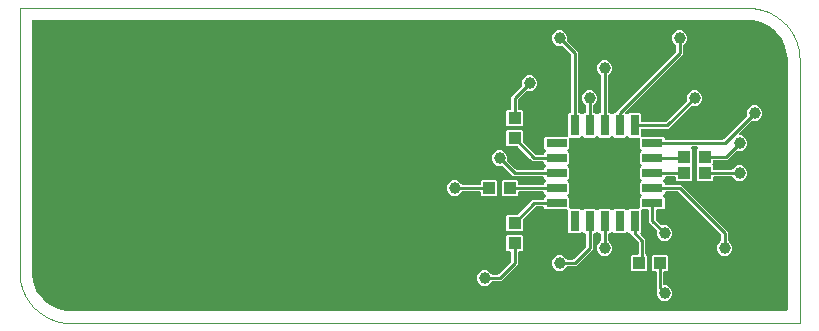
<source format=gtl>
G04 EAGLE Gerber RS-274X export*
G75*
%MOMM*%
%FSLAX34Y34*%
%LPD*%
%INTop Layer*%
%IPPOS*%
%AMOC8*
5,1,8,0,0,1.08239X$1,22.5*%
G01*
%ADD10C,0.000000*%
%ADD11C,0.002541*%
%ADD12C,1.000000*%
%ADD13R,0.760000X1.800000*%
%ADD14R,1.800000X0.760000*%
%ADD15R,1.080000X1.050000*%
%ADD16R,1.050000X1.080000*%
%ADD17C,0.254000*%
%ADD18C,0.656400*%

G36*
X649076Y60976D02*
X649076Y60976D01*
X649194Y60983D01*
X649233Y60996D01*
X649273Y61001D01*
X649384Y61044D01*
X649497Y61081D01*
X649531Y61103D01*
X649569Y61118D01*
X649665Y61187D01*
X649765Y61251D01*
X649793Y61281D01*
X649826Y61304D01*
X649902Y61396D01*
X649983Y61483D01*
X650003Y61518D01*
X650029Y61549D01*
X650079Y61657D01*
X650137Y61761D01*
X650147Y61801D01*
X650164Y61837D01*
X650187Y61954D01*
X650216Y62069D01*
X650220Y62129D01*
X650224Y62149D01*
X650223Y62170D01*
X650227Y62230D01*
X650227Y274140D01*
X650224Y274159D01*
X650225Y274211D01*
X650024Y277784D01*
X650019Y277810D01*
X650020Y277837D01*
X649994Y277996D01*
X648404Y284964D01*
X648382Y285022D01*
X648370Y285083D01*
X648310Y285232D01*
X645209Y291672D01*
X645175Y291724D01*
X645150Y291780D01*
X645057Y291912D01*
X640601Y297500D01*
X640557Y297543D01*
X640519Y297593D01*
X640400Y297701D01*
X634812Y302157D01*
X634759Y302190D01*
X634712Y302230D01*
X634572Y302309D01*
X628132Y305410D01*
X628073Y305429D01*
X628018Y305458D01*
X627864Y305504D01*
X620896Y307094D01*
X620869Y307097D01*
X620844Y307105D01*
X620684Y307124D01*
X617111Y307325D01*
X617092Y307323D01*
X617040Y307327D01*
X11443Y307327D01*
X11324Y307312D01*
X11206Y307304D01*
X11167Y307292D01*
X11127Y307287D01*
X11016Y307243D01*
X10903Y307206D01*
X10869Y307185D01*
X10831Y307170D01*
X10735Y307100D01*
X10635Y307036D01*
X10607Y307007D01*
X10574Y306983D01*
X10498Y306891D01*
X10417Y306804D01*
X10397Y306769D01*
X10371Y306738D01*
X10321Y306630D01*
X10263Y306526D01*
X10253Y306487D01*
X10236Y306450D01*
X10213Y306333D01*
X10184Y306218D01*
X10180Y306158D01*
X10176Y306138D01*
X10177Y306117D01*
X10173Y306057D01*
X10173Y94160D01*
X10176Y94141D01*
X10175Y94089D01*
X10376Y90516D01*
X10381Y90490D01*
X10380Y90463D01*
X10406Y90304D01*
X11996Y83336D01*
X12018Y83278D01*
X12030Y83217D01*
X12090Y83068D01*
X15191Y76628D01*
X15225Y76576D01*
X15250Y76520D01*
X15343Y76388D01*
X19799Y70800D01*
X19843Y70757D01*
X19881Y70707D01*
X20000Y70599D01*
X25588Y66143D01*
X25641Y66110D01*
X25688Y66070D01*
X25828Y65991D01*
X32268Y62890D01*
X32327Y62871D01*
X32382Y62842D01*
X32536Y62796D01*
X39504Y61206D01*
X39531Y61203D01*
X39556Y61195D01*
X39716Y61176D01*
X43289Y60975D01*
X43308Y60977D01*
X43360Y60973D01*
X52928Y60973D01*
X52937Y60973D01*
X52946Y60971D01*
X53107Y60961D01*
X648957Y60961D01*
X649076Y60976D01*
G37*
%LPC*%
G36*
X518768Y94675D02*
X518768Y94675D01*
X517875Y95568D01*
X517875Y107632D01*
X518768Y108525D01*
X522986Y108525D01*
X523104Y108540D01*
X523223Y108547D01*
X523261Y108560D01*
X523302Y108565D01*
X523412Y108608D01*
X523525Y108645D01*
X523560Y108667D01*
X523597Y108682D01*
X523693Y108751D01*
X523794Y108815D01*
X523822Y108845D01*
X523855Y108868D01*
X523931Y108960D01*
X524012Y109047D01*
X524032Y109082D01*
X524057Y109113D01*
X524108Y109221D01*
X524166Y109325D01*
X524176Y109365D01*
X524193Y109401D01*
X524215Y109518D01*
X524245Y109633D01*
X524249Y109693D01*
X524253Y109713D01*
X524251Y109734D01*
X524255Y109794D01*
X524255Y118967D01*
X524243Y119065D01*
X524240Y119164D01*
X524223Y119222D01*
X524215Y119282D01*
X524179Y119374D01*
X524151Y119469D01*
X524121Y119522D01*
X524098Y119578D01*
X524040Y119658D01*
X523990Y119743D01*
X523924Y119819D01*
X523912Y119835D01*
X523902Y119843D01*
X523884Y119864D01*
X517826Y125922D01*
X517822Y125932D01*
X517785Y126045D01*
X517763Y126080D01*
X517748Y126117D01*
X517679Y126213D01*
X517615Y126314D01*
X517585Y126342D01*
X517562Y126375D01*
X517470Y126451D01*
X517383Y126532D01*
X517348Y126552D01*
X517317Y126577D01*
X517209Y126628D01*
X517105Y126686D01*
X517065Y126696D01*
X517029Y126713D01*
X516912Y126735D01*
X516797Y126765D01*
X516737Y126769D01*
X516717Y126773D01*
X516696Y126771D01*
X516636Y126775D01*
X516268Y126775D01*
X515247Y127796D01*
X515153Y127869D01*
X515064Y127948D01*
X515028Y127966D01*
X514996Y127991D01*
X514887Y128039D01*
X514781Y128093D01*
X514742Y128101D01*
X514704Y128117D01*
X514587Y128136D01*
X514471Y128162D01*
X514430Y128161D01*
X514390Y128167D01*
X514272Y128156D01*
X514153Y128153D01*
X514114Y128141D01*
X514074Y128138D01*
X513962Y128097D01*
X513847Y128064D01*
X513812Y128044D01*
X513774Y128030D01*
X513676Y127963D01*
X513573Y127903D01*
X513528Y127863D01*
X513511Y127851D01*
X513498Y127836D01*
X513452Y127796D01*
X512432Y126775D01*
X503568Y126775D01*
X502547Y127796D01*
X502453Y127869D01*
X502364Y127948D01*
X502328Y127966D01*
X502296Y127991D01*
X502187Y128039D01*
X502081Y128093D01*
X502042Y128101D01*
X502004Y128117D01*
X501887Y128136D01*
X501771Y128162D01*
X501730Y128161D01*
X501690Y128167D01*
X501572Y128156D01*
X501453Y128153D01*
X501414Y128141D01*
X501374Y128138D01*
X501262Y128097D01*
X501147Y128064D01*
X501112Y128044D01*
X501074Y128030D01*
X500976Y127963D01*
X500873Y127903D01*
X500828Y127863D01*
X500811Y127851D01*
X500798Y127836D01*
X500752Y127796D01*
X499732Y126775D01*
X499364Y126775D01*
X499246Y126760D01*
X499127Y126753D01*
X499089Y126740D01*
X499048Y126735D01*
X498938Y126692D01*
X498825Y126655D01*
X498790Y126633D01*
X498753Y126618D01*
X498657Y126549D01*
X498556Y126485D01*
X498528Y126455D01*
X498495Y126432D01*
X498419Y126340D01*
X498338Y126253D01*
X498318Y126218D01*
X498293Y126187D01*
X498242Y126079D01*
X498184Y125975D01*
X498174Y125935D01*
X498157Y125899D01*
X498135Y125782D01*
X498105Y125667D01*
X498101Y125607D01*
X498097Y125587D01*
X498099Y125566D01*
X498095Y125506D01*
X498095Y121053D01*
X498098Y121024D01*
X498096Y120994D01*
X498118Y120866D01*
X498135Y120737D01*
X498145Y120710D01*
X498150Y120681D01*
X498204Y120562D01*
X498252Y120442D01*
X498269Y120418D01*
X498281Y120391D01*
X498362Y120289D01*
X498438Y120184D01*
X498461Y120165D01*
X498480Y120142D01*
X498583Y120064D01*
X498683Y119981D01*
X498710Y119969D01*
X498734Y119951D01*
X498878Y119880D01*
X498996Y119831D01*
X500831Y117996D01*
X501825Y115598D01*
X501825Y113002D01*
X500831Y110604D01*
X498996Y108769D01*
X496598Y107775D01*
X494002Y107775D01*
X491604Y108769D01*
X489769Y110604D01*
X488775Y113002D01*
X488775Y115598D01*
X489769Y117996D01*
X491604Y119831D01*
X491722Y119880D01*
X491747Y119895D01*
X491775Y119904D01*
X491885Y119973D01*
X491998Y120038D01*
X492019Y120058D01*
X492044Y120074D01*
X492133Y120169D01*
X492226Y120259D01*
X492242Y120284D01*
X492262Y120306D01*
X492325Y120419D01*
X492393Y120530D01*
X492401Y120558D01*
X492416Y120584D01*
X492448Y120710D01*
X492486Y120834D01*
X492488Y120864D01*
X492495Y120892D01*
X492505Y121053D01*
X492505Y125506D01*
X492490Y125624D01*
X492483Y125743D01*
X492470Y125781D01*
X492465Y125822D01*
X492422Y125932D01*
X492385Y126045D01*
X492363Y126080D01*
X492348Y126117D01*
X492279Y126213D01*
X492215Y126314D01*
X492185Y126342D01*
X492162Y126375D01*
X492070Y126451D01*
X491983Y126532D01*
X491948Y126552D01*
X491917Y126577D01*
X491809Y126628D01*
X491705Y126686D01*
X491665Y126696D01*
X491629Y126713D01*
X491512Y126735D01*
X491397Y126765D01*
X491337Y126769D01*
X491317Y126773D01*
X491296Y126771D01*
X491236Y126775D01*
X490868Y126775D01*
X489847Y127796D01*
X489753Y127869D01*
X489664Y127948D01*
X489628Y127966D01*
X489596Y127991D01*
X489487Y128039D01*
X489381Y128093D01*
X489342Y128101D01*
X489304Y128117D01*
X489187Y128136D01*
X489071Y128162D01*
X489030Y128161D01*
X488990Y128167D01*
X488872Y128156D01*
X488753Y128153D01*
X488714Y128141D01*
X488674Y128138D01*
X488562Y128097D01*
X488447Y128064D01*
X488412Y128044D01*
X488374Y128030D01*
X488276Y127963D01*
X488173Y127903D01*
X488128Y127863D01*
X488111Y127851D01*
X488098Y127836D01*
X488052Y127796D01*
X487032Y126775D01*
X486664Y126775D01*
X486546Y126760D01*
X486427Y126753D01*
X486389Y126740D01*
X486348Y126735D01*
X486238Y126692D01*
X486125Y126655D01*
X486090Y126633D01*
X486053Y126618D01*
X485957Y126549D01*
X485856Y126485D01*
X485828Y126455D01*
X485795Y126432D01*
X485719Y126340D01*
X485638Y126253D01*
X485618Y126218D01*
X485593Y126187D01*
X485542Y126079D01*
X485484Y125975D01*
X485474Y125935D01*
X485457Y125899D01*
X485435Y125782D01*
X485405Y125667D01*
X485401Y125607D01*
X485397Y125587D01*
X485399Y125566D01*
X485395Y125506D01*
X485395Y113142D01*
X471058Y98805D01*
X463953Y98805D01*
X463924Y98802D01*
X463894Y98804D01*
X463766Y98782D01*
X463637Y98765D01*
X463610Y98755D01*
X463581Y98750D01*
X463462Y98696D01*
X463342Y98648D01*
X463318Y98631D01*
X463291Y98619D01*
X463189Y98538D01*
X463084Y98462D01*
X463065Y98439D01*
X463042Y98420D01*
X462964Y98317D01*
X462881Y98217D01*
X462869Y98190D01*
X462851Y98166D01*
X462780Y98022D01*
X462731Y97904D01*
X460896Y96069D01*
X458498Y95075D01*
X455902Y95075D01*
X453504Y96069D01*
X451669Y97904D01*
X450675Y100302D01*
X450675Y102898D01*
X451669Y105296D01*
X453504Y107131D01*
X455902Y108125D01*
X458498Y108125D01*
X460896Y107131D01*
X462731Y105296D01*
X462780Y105178D01*
X462795Y105153D01*
X462804Y105125D01*
X462873Y105015D01*
X462938Y104902D01*
X462958Y104881D01*
X462974Y104856D01*
X463069Y104767D01*
X463159Y104674D01*
X463184Y104658D01*
X463206Y104638D01*
X463319Y104575D01*
X463430Y104507D01*
X463458Y104499D01*
X463484Y104484D01*
X463610Y104452D01*
X463734Y104414D01*
X463764Y104412D01*
X463792Y104405D01*
X463953Y104395D01*
X468217Y104395D01*
X468315Y104407D01*
X468414Y104410D01*
X468472Y104427D01*
X468532Y104435D01*
X468624Y104471D01*
X468719Y104499D01*
X468772Y104529D01*
X468828Y104552D01*
X468908Y104610D01*
X468993Y104660D01*
X469069Y104726D01*
X469085Y104738D01*
X469093Y104748D01*
X469114Y104766D01*
X479434Y115086D01*
X479494Y115164D01*
X479562Y115236D01*
X479591Y115289D01*
X479628Y115337D01*
X479668Y115428D01*
X479716Y115515D01*
X479731Y115573D01*
X479755Y115629D01*
X479770Y115727D01*
X479795Y115823D01*
X479801Y115923D01*
X479805Y115943D01*
X479803Y115955D01*
X479805Y115983D01*
X479805Y125506D01*
X479790Y125624D01*
X479783Y125743D01*
X479770Y125781D01*
X479765Y125822D01*
X479722Y125932D01*
X479685Y126045D01*
X479663Y126080D01*
X479648Y126117D01*
X479579Y126213D01*
X479515Y126314D01*
X479485Y126342D01*
X479462Y126375D01*
X479370Y126451D01*
X479283Y126532D01*
X479248Y126552D01*
X479217Y126577D01*
X479109Y126628D01*
X479005Y126686D01*
X478965Y126696D01*
X478929Y126713D01*
X478812Y126735D01*
X478697Y126765D01*
X478637Y126769D01*
X478617Y126773D01*
X478596Y126771D01*
X478536Y126775D01*
X478168Y126775D01*
X477147Y127796D01*
X477053Y127869D01*
X476964Y127948D01*
X476928Y127966D01*
X476896Y127991D01*
X476787Y128039D01*
X476681Y128093D01*
X476642Y128101D01*
X476604Y128117D01*
X476487Y128136D01*
X476371Y128162D01*
X476330Y128161D01*
X476290Y128167D01*
X476172Y128156D01*
X476053Y128153D01*
X476014Y128141D01*
X475974Y128138D01*
X475862Y128097D01*
X475747Y128064D01*
X475712Y128044D01*
X475674Y128030D01*
X475576Y127963D01*
X475473Y127903D01*
X475428Y127863D01*
X475411Y127851D01*
X475398Y127836D01*
X475352Y127796D01*
X474332Y126775D01*
X465468Y126775D01*
X464575Y127668D01*
X464575Y145806D01*
X464560Y145924D01*
X464553Y146043D01*
X464540Y146081D01*
X464535Y146122D01*
X464492Y146232D01*
X464455Y146345D01*
X464433Y146380D01*
X464418Y146417D01*
X464349Y146513D01*
X464285Y146614D01*
X464255Y146642D01*
X464232Y146675D01*
X464140Y146751D01*
X464053Y146832D01*
X464018Y146852D01*
X463987Y146877D01*
X463879Y146928D01*
X463775Y146986D01*
X463735Y146996D01*
X463699Y147013D01*
X463582Y147035D01*
X463467Y147065D01*
X463407Y147069D01*
X463387Y147073D01*
X463366Y147071D01*
X463306Y147075D01*
X445168Y147075D01*
X444275Y147968D01*
X444275Y148336D01*
X444260Y148454D01*
X444253Y148573D01*
X444240Y148611D01*
X444235Y148652D01*
X444192Y148762D01*
X444155Y148875D01*
X444133Y148910D01*
X444118Y148947D01*
X444049Y149043D01*
X443985Y149144D01*
X443955Y149172D01*
X443932Y149205D01*
X443840Y149281D01*
X443753Y149362D01*
X443718Y149382D01*
X443687Y149407D01*
X443579Y149458D01*
X443475Y149516D01*
X443435Y149526D01*
X443399Y149543D01*
X443282Y149565D01*
X443167Y149595D01*
X443107Y149599D01*
X443087Y149603D01*
X443066Y149601D01*
X443006Y149605D01*
X437433Y149605D01*
X437335Y149593D01*
X437236Y149590D01*
X437178Y149573D01*
X437118Y149565D01*
X437026Y149529D01*
X436931Y149501D01*
X436878Y149471D01*
X436822Y149448D01*
X436742Y149390D01*
X436657Y149340D01*
X436581Y149274D01*
X436565Y149262D01*
X436557Y149252D01*
X436536Y149234D01*
X426396Y139094D01*
X426336Y139016D01*
X426268Y138944D01*
X426239Y138891D01*
X426202Y138843D01*
X426162Y138752D01*
X426114Y138665D01*
X426099Y138607D01*
X426075Y138551D01*
X426060Y138453D01*
X426035Y138357D01*
X426029Y138257D01*
X426025Y138237D01*
X426027Y138225D01*
X426025Y138197D01*
X426025Y129868D01*
X425132Y128975D01*
X413068Y128975D01*
X412175Y129868D01*
X412175Y141632D01*
X413068Y142525D01*
X421397Y142525D01*
X421495Y142537D01*
X421594Y142540D01*
X421652Y142557D01*
X421712Y142565D01*
X421804Y142601D01*
X421899Y142629D01*
X421952Y142659D01*
X422008Y142682D01*
X422088Y142740D01*
X422173Y142790D01*
X422249Y142856D01*
X422265Y142868D01*
X422273Y142878D01*
X422294Y142896D01*
X432584Y153186D01*
X434592Y155195D01*
X443006Y155195D01*
X443124Y155210D01*
X443243Y155217D01*
X443281Y155230D01*
X443322Y155235D01*
X443432Y155278D01*
X443545Y155315D01*
X443580Y155337D01*
X443617Y155352D01*
X443713Y155421D01*
X443814Y155485D01*
X443842Y155515D01*
X443875Y155538D01*
X443951Y155630D01*
X444032Y155717D01*
X444052Y155752D01*
X444077Y155783D01*
X444128Y155891D01*
X444186Y155995D01*
X444196Y156035D01*
X444213Y156071D01*
X444235Y156188D01*
X444265Y156303D01*
X444269Y156363D01*
X444273Y156383D01*
X444271Y156404D01*
X444275Y156464D01*
X444275Y156832D01*
X445296Y157852D01*
X445369Y157947D01*
X445448Y158036D01*
X445466Y158072D01*
X445491Y158104D01*
X445538Y158213D01*
X445593Y158319D01*
X445601Y158358D01*
X445617Y158396D01*
X445636Y158513D01*
X445662Y158629D01*
X445661Y158670D01*
X445667Y158710D01*
X445656Y158828D01*
X445653Y158947D01*
X445641Y158986D01*
X445638Y159026D01*
X445597Y159139D01*
X445564Y159253D01*
X445544Y159287D01*
X445530Y159326D01*
X445463Y159424D01*
X445403Y159527D01*
X445363Y159572D01*
X445351Y159589D01*
X445336Y159602D01*
X445296Y159647D01*
X444275Y160668D01*
X444275Y161036D01*
X444260Y161154D01*
X444253Y161273D01*
X444240Y161311D01*
X444235Y161352D01*
X444192Y161462D01*
X444155Y161575D01*
X444133Y161610D01*
X444118Y161647D01*
X444049Y161743D01*
X443985Y161844D01*
X443955Y161872D01*
X443932Y161905D01*
X443840Y161981D01*
X443753Y162062D01*
X443718Y162082D01*
X443687Y162107D01*
X443579Y162158D01*
X443475Y162216D01*
X443435Y162226D01*
X443399Y162243D01*
X443282Y162265D01*
X443167Y162295D01*
X443107Y162299D01*
X443087Y162303D01*
X443066Y162301D01*
X443006Y162305D01*
X423194Y162305D01*
X423076Y162290D01*
X422957Y162283D01*
X422919Y162270D01*
X422878Y162265D01*
X422768Y162222D01*
X422655Y162185D01*
X422620Y162163D01*
X422583Y162148D01*
X422487Y162079D01*
X422386Y162015D01*
X422358Y161985D01*
X422325Y161962D01*
X422249Y161870D01*
X422168Y161783D01*
X422148Y161748D01*
X422123Y161717D01*
X422072Y161609D01*
X422014Y161505D01*
X422004Y161465D01*
X421987Y161429D01*
X421965Y161312D01*
X421935Y161197D01*
X421931Y161137D01*
X421927Y161117D01*
X421929Y161096D01*
X421925Y161036D01*
X421925Y159068D01*
X421032Y158175D01*
X409268Y158175D01*
X408375Y159068D01*
X408375Y171132D01*
X409268Y172025D01*
X421032Y172025D01*
X421925Y171132D01*
X421925Y169164D01*
X421940Y169046D01*
X421947Y168927D01*
X421960Y168889D01*
X421965Y168848D01*
X422008Y168738D01*
X422045Y168625D01*
X422067Y168590D01*
X422082Y168553D01*
X422151Y168457D01*
X422215Y168356D01*
X422245Y168328D01*
X422268Y168295D01*
X422360Y168219D01*
X422447Y168138D01*
X422482Y168118D01*
X422513Y168093D01*
X422621Y168042D01*
X422725Y167984D01*
X422765Y167974D01*
X422801Y167957D01*
X422918Y167935D01*
X423033Y167905D01*
X423093Y167901D01*
X423113Y167897D01*
X423134Y167899D01*
X423194Y167895D01*
X443006Y167895D01*
X443124Y167910D01*
X443243Y167917D01*
X443281Y167930D01*
X443322Y167935D01*
X443432Y167978D01*
X443545Y168015D01*
X443580Y168037D01*
X443617Y168052D01*
X443713Y168121D01*
X443814Y168185D01*
X443842Y168215D01*
X443875Y168238D01*
X443951Y168330D01*
X444032Y168417D01*
X444052Y168452D01*
X444077Y168483D01*
X444128Y168591D01*
X444186Y168695D01*
X444196Y168735D01*
X444213Y168771D01*
X444235Y168888D01*
X444265Y169003D01*
X444269Y169063D01*
X444273Y169083D01*
X444271Y169104D01*
X444275Y169164D01*
X444275Y169532D01*
X445296Y170552D01*
X445369Y170647D01*
X445448Y170736D01*
X445466Y170772D01*
X445491Y170804D01*
X445538Y170913D01*
X445593Y171019D01*
X445601Y171058D01*
X445617Y171096D01*
X445636Y171213D01*
X445662Y171329D01*
X445661Y171370D01*
X445667Y171410D01*
X445656Y171528D01*
X445653Y171647D01*
X445641Y171686D01*
X445638Y171726D01*
X445597Y171839D01*
X445564Y171953D01*
X445544Y171987D01*
X445530Y172026D01*
X445463Y172124D01*
X445403Y172227D01*
X445363Y172272D01*
X445351Y172289D01*
X445336Y172302D01*
X445296Y172347D01*
X444275Y173368D01*
X444275Y173736D01*
X444260Y173854D01*
X444253Y173973D01*
X444240Y174011D01*
X444235Y174052D01*
X444192Y174162D01*
X444155Y174275D01*
X444133Y174310D01*
X444118Y174347D01*
X444049Y174443D01*
X443985Y174544D01*
X443955Y174572D01*
X443932Y174605D01*
X443840Y174681D01*
X443753Y174762D01*
X443718Y174782D01*
X443687Y174807D01*
X443579Y174858D01*
X443475Y174916D01*
X443435Y174926D01*
X443399Y174943D01*
X443282Y174965D01*
X443167Y174995D01*
X443107Y174999D01*
X443087Y175003D01*
X443066Y175001D01*
X443006Y175005D01*
X417942Y175005D01*
X409199Y183749D01*
X409176Y183767D01*
X409156Y183789D01*
X409050Y183864D01*
X408948Y183944D01*
X408920Y183956D01*
X408896Y183973D01*
X408775Y184019D01*
X408656Y184070D01*
X408627Y184075D01*
X408599Y184085D01*
X408470Y184100D01*
X408342Y184120D01*
X408312Y184117D01*
X408283Y184121D01*
X408154Y184102D01*
X408025Y184090D01*
X407997Y184080D01*
X407968Y184076D01*
X407816Y184024D01*
X407698Y183975D01*
X405102Y183975D01*
X402704Y184969D01*
X400869Y186804D01*
X399875Y189202D01*
X399875Y191798D01*
X400869Y194196D01*
X402704Y196031D01*
X405102Y197025D01*
X407698Y197025D01*
X410096Y196031D01*
X411931Y194196D01*
X412925Y191798D01*
X412925Y189202D01*
X412876Y189084D01*
X412868Y189056D01*
X412855Y189030D01*
X412826Y188903D01*
X412792Y188778D01*
X412792Y188748D01*
X412785Y188719D01*
X412789Y188590D01*
X412787Y188460D01*
X412794Y188431D01*
X412795Y188401D01*
X412831Y188277D01*
X412861Y188150D01*
X412875Y188124D01*
X412883Y188096D01*
X412949Y187984D01*
X413010Y187869D01*
X413030Y187847D01*
X413045Y187822D01*
X413151Y187701D01*
X419886Y180966D01*
X419964Y180906D01*
X420036Y180838D01*
X420089Y180809D01*
X420137Y180772D01*
X420228Y180732D01*
X420315Y180684D01*
X420373Y180669D01*
X420429Y180645D01*
X420527Y180630D01*
X420623Y180605D01*
X420723Y180599D01*
X420743Y180595D01*
X420755Y180597D01*
X420783Y180595D01*
X443006Y180595D01*
X443124Y180610D01*
X443243Y180617D01*
X443281Y180630D01*
X443322Y180635D01*
X443432Y180678D01*
X443545Y180715D01*
X443580Y180737D01*
X443617Y180752D01*
X443713Y180821D01*
X443814Y180885D01*
X443842Y180915D01*
X443875Y180938D01*
X443951Y181030D01*
X444032Y181117D01*
X444052Y181152D01*
X444077Y181183D01*
X444128Y181291D01*
X444186Y181395D01*
X444196Y181435D01*
X444213Y181471D01*
X444235Y181588D01*
X444265Y181703D01*
X444269Y181763D01*
X444273Y181783D01*
X444271Y181804D01*
X444275Y181864D01*
X444275Y182232D01*
X445296Y183252D01*
X445369Y183347D01*
X445448Y183436D01*
X445466Y183472D01*
X445491Y183504D01*
X445538Y183613D01*
X445593Y183719D01*
X445601Y183758D01*
X445617Y183796D01*
X445636Y183913D01*
X445662Y184029D01*
X445661Y184070D01*
X445667Y184110D01*
X445656Y184228D01*
X445653Y184347D01*
X445641Y184386D01*
X445638Y184426D01*
X445597Y184539D01*
X445564Y184653D01*
X445544Y184687D01*
X445530Y184726D01*
X445463Y184824D01*
X445403Y184927D01*
X445363Y184972D01*
X445351Y184989D01*
X445336Y185002D01*
X445296Y185047D01*
X444275Y186068D01*
X444275Y186436D01*
X444260Y186554D01*
X444253Y186673D01*
X444240Y186711D01*
X444235Y186752D01*
X444192Y186862D01*
X444155Y186975D01*
X444133Y187010D01*
X444118Y187047D01*
X444049Y187143D01*
X443985Y187244D01*
X443955Y187272D01*
X443932Y187305D01*
X443840Y187381D01*
X443753Y187462D01*
X443718Y187482D01*
X443687Y187507D01*
X443579Y187558D01*
X443475Y187616D01*
X443435Y187626D01*
X443399Y187643D01*
X443282Y187665D01*
X443167Y187695D01*
X443107Y187699D01*
X443087Y187703D01*
X443066Y187701D01*
X443006Y187705D01*
X434592Y187705D01*
X432584Y189714D01*
X422294Y200004D01*
X422216Y200064D01*
X422144Y200132D01*
X422091Y200161D01*
X422043Y200198D01*
X421952Y200238D01*
X421865Y200286D01*
X421807Y200301D01*
X421751Y200325D01*
X421653Y200340D01*
X421557Y200365D01*
X421457Y200371D01*
X421437Y200375D01*
X421425Y200373D01*
X421397Y200375D01*
X413068Y200375D01*
X412175Y201268D01*
X412175Y213032D01*
X413068Y213925D01*
X425132Y213925D01*
X426025Y213032D01*
X426025Y204703D01*
X426037Y204605D01*
X426040Y204506D01*
X426057Y204448D01*
X426065Y204388D01*
X426101Y204296D01*
X426129Y204201D01*
X426159Y204148D01*
X426182Y204092D01*
X426240Y204012D01*
X426290Y203927D01*
X426356Y203851D01*
X426368Y203835D01*
X426378Y203827D01*
X426396Y203806D01*
X436536Y193666D01*
X436614Y193606D01*
X436686Y193538D01*
X436739Y193509D01*
X436787Y193472D01*
X436878Y193432D01*
X436965Y193384D01*
X437023Y193369D01*
X437079Y193345D01*
X437177Y193330D01*
X437273Y193305D01*
X437373Y193299D01*
X437393Y193295D01*
X437405Y193297D01*
X437433Y193295D01*
X443006Y193295D01*
X443124Y193310D01*
X443243Y193317D01*
X443281Y193330D01*
X443322Y193335D01*
X443432Y193378D01*
X443545Y193415D01*
X443580Y193437D01*
X443617Y193452D01*
X443713Y193521D01*
X443814Y193585D01*
X443842Y193615D01*
X443875Y193638D01*
X443951Y193730D01*
X444032Y193817D01*
X444052Y193852D01*
X444077Y193883D01*
X444128Y193991D01*
X444186Y194095D01*
X444196Y194135D01*
X444213Y194171D01*
X444235Y194288D01*
X444265Y194403D01*
X444269Y194463D01*
X444273Y194483D01*
X444271Y194504D01*
X444275Y194564D01*
X444275Y194932D01*
X445296Y195952D01*
X445369Y196047D01*
X445448Y196136D01*
X445466Y196172D01*
X445491Y196204D01*
X445538Y196313D01*
X445593Y196419D01*
X445601Y196458D01*
X445617Y196496D01*
X445636Y196613D01*
X445662Y196729D01*
X445661Y196770D01*
X445667Y196810D01*
X445656Y196928D01*
X445653Y197047D01*
X445641Y197086D01*
X445638Y197126D01*
X445597Y197239D01*
X445564Y197353D01*
X445544Y197387D01*
X445530Y197426D01*
X445463Y197524D01*
X445403Y197627D01*
X445363Y197672D01*
X445351Y197689D01*
X445336Y197702D01*
X445296Y197747D01*
X444275Y198768D01*
X444275Y207632D01*
X445168Y208525D01*
X463306Y208525D01*
X463424Y208540D01*
X463543Y208547D01*
X463581Y208560D01*
X463622Y208565D01*
X463732Y208608D01*
X463845Y208645D01*
X463880Y208667D01*
X463917Y208682D01*
X464013Y208751D01*
X464114Y208815D01*
X464142Y208845D01*
X464175Y208868D01*
X464251Y208960D01*
X464332Y209047D01*
X464352Y209082D01*
X464377Y209113D01*
X464428Y209221D01*
X464486Y209325D01*
X464496Y209365D01*
X464513Y209401D01*
X464535Y209518D01*
X464565Y209633D01*
X464569Y209693D01*
X464573Y209713D01*
X464571Y209734D01*
X464575Y209794D01*
X464575Y227932D01*
X465468Y228825D01*
X465836Y228825D01*
X465954Y228840D01*
X466073Y228847D01*
X466111Y228860D01*
X466152Y228865D01*
X466262Y228908D01*
X466375Y228945D01*
X466410Y228967D01*
X466447Y228982D01*
X466543Y229051D01*
X466644Y229115D01*
X466672Y229145D01*
X466705Y229168D01*
X466781Y229260D01*
X466862Y229347D01*
X466882Y229382D01*
X466907Y229413D01*
X466958Y229521D01*
X467016Y229625D01*
X467026Y229665D01*
X467043Y229701D01*
X467065Y229818D01*
X467095Y229933D01*
X467099Y229993D01*
X467103Y230013D01*
X467101Y230034D01*
X467105Y230094D01*
X467105Y277717D01*
X467093Y277815D01*
X467090Y277914D01*
X467073Y277972D01*
X467065Y278032D01*
X467029Y278124D01*
X467001Y278219D01*
X466971Y278272D01*
X466948Y278328D01*
X466890Y278408D01*
X466840Y278493D01*
X466774Y278569D01*
X466762Y278585D01*
X466752Y278593D01*
X466734Y278614D01*
X459999Y285349D01*
X459975Y285367D01*
X459956Y285389D01*
X459850Y285464D01*
X459747Y285544D01*
X459720Y285556D01*
X459696Y285573D01*
X459575Y285618D01*
X459456Y285670D01*
X459426Y285675D01*
X459399Y285685D01*
X459270Y285700D01*
X459142Y285720D01*
X459112Y285717D01*
X459083Y285721D01*
X458954Y285702D01*
X458825Y285690D01*
X458797Y285680D01*
X458768Y285676D01*
X458616Y285624D01*
X458498Y285575D01*
X455902Y285575D01*
X453504Y286569D01*
X451669Y288404D01*
X450675Y290802D01*
X450675Y293398D01*
X451669Y295796D01*
X453504Y297631D01*
X455902Y298625D01*
X458498Y298625D01*
X460896Y297631D01*
X462731Y295796D01*
X463725Y293398D01*
X463725Y290802D01*
X463676Y290684D01*
X463668Y290656D01*
X463655Y290630D01*
X463626Y290503D01*
X463592Y290378D01*
X463592Y290348D01*
X463585Y290319D01*
X463589Y290190D01*
X463587Y290060D01*
X463594Y290031D01*
X463595Y290002D01*
X463631Y289877D01*
X463661Y289750D01*
X463675Y289724D01*
X463683Y289696D01*
X463749Y289584D01*
X463810Y289469D01*
X463830Y289448D01*
X463845Y289422D01*
X463951Y289301D01*
X472695Y280558D01*
X472695Y230094D01*
X472710Y229976D01*
X472717Y229857D01*
X472730Y229819D01*
X472735Y229778D01*
X472778Y229668D01*
X472815Y229555D01*
X472837Y229520D01*
X472852Y229483D01*
X472921Y229387D01*
X472985Y229286D01*
X473015Y229258D01*
X473038Y229225D01*
X473130Y229149D01*
X473217Y229068D01*
X473252Y229048D01*
X473283Y229023D01*
X473391Y228972D01*
X473495Y228914D01*
X473535Y228904D01*
X473571Y228887D01*
X473688Y228865D01*
X473803Y228835D01*
X473863Y228831D01*
X473883Y228827D01*
X473904Y228829D01*
X473964Y228825D01*
X474332Y228825D01*
X475352Y227804D01*
X475447Y227731D01*
X475536Y227652D01*
X475572Y227634D01*
X475604Y227609D01*
X475713Y227562D01*
X475819Y227507D01*
X475858Y227499D01*
X475896Y227483D01*
X476013Y227464D01*
X476129Y227438D01*
X476170Y227439D01*
X476210Y227433D01*
X476328Y227444D01*
X476447Y227447D01*
X476486Y227459D01*
X476526Y227462D01*
X476639Y227503D01*
X476753Y227536D01*
X476787Y227556D01*
X476826Y227570D01*
X476924Y227637D01*
X477027Y227697D01*
X477072Y227737D01*
X477089Y227749D01*
X477102Y227764D01*
X477147Y227804D01*
X478168Y228825D01*
X478536Y228825D01*
X478654Y228840D01*
X478773Y228847D01*
X478811Y228860D01*
X478852Y228865D01*
X478962Y228908D01*
X479075Y228945D01*
X479110Y228967D01*
X479147Y228982D01*
X479243Y229051D01*
X479344Y229115D01*
X479372Y229145D01*
X479405Y229168D01*
X479481Y229260D01*
X479562Y229347D01*
X479582Y229382D01*
X479607Y229413D01*
X479658Y229521D01*
X479716Y229625D01*
X479726Y229665D01*
X479743Y229701D01*
X479765Y229818D01*
X479795Y229933D01*
X479799Y229993D01*
X479803Y230013D01*
X479801Y230034D01*
X479805Y230094D01*
X479805Y234547D01*
X479802Y234576D01*
X479804Y234606D01*
X479782Y234734D01*
X479765Y234863D01*
X479755Y234890D01*
X479750Y234919D01*
X479696Y235038D01*
X479648Y235158D01*
X479631Y235182D01*
X479619Y235209D01*
X479538Y235311D01*
X479462Y235416D01*
X479439Y235435D01*
X479420Y235458D01*
X479317Y235536D01*
X479217Y235619D01*
X479190Y235631D01*
X479166Y235649D01*
X479022Y235720D01*
X478904Y235769D01*
X477069Y237604D01*
X476075Y240002D01*
X476075Y242598D01*
X477069Y244996D01*
X478904Y246831D01*
X481302Y247825D01*
X483898Y247825D01*
X486296Y246831D01*
X488131Y244996D01*
X489125Y242598D01*
X489125Y240002D01*
X488131Y237604D01*
X486296Y235769D01*
X486178Y235720D01*
X486153Y235705D01*
X486125Y235696D01*
X486015Y235627D01*
X485902Y235562D01*
X485881Y235542D01*
X485856Y235526D01*
X485767Y235431D01*
X485674Y235341D01*
X485658Y235316D01*
X485638Y235294D01*
X485575Y235181D01*
X485507Y235070D01*
X485499Y235042D01*
X485484Y235016D01*
X485452Y234890D01*
X485414Y234766D01*
X485412Y234736D01*
X485405Y234708D01*
X485395Y234547D01*
X485395Y230094D01*
X485410Y229976D01*
X485417Y229857D01*
X485430Y229819D01*
X485435Y229778D01*
X485478Y229668D01*
X485515Y229555D01*
X485537Y229520D01*
X485552Y229483D01*
X485621Y229387D01*
X485685Y229286D01*
X485715Y229258D01*
X485738Y229225D01*
X485830Y229149D01*
X485917Y229068D01*
X485952Y229048D01*
X485983Y229023D01*
X486091Y228972D01*
X486195Y228914D01*
X486235Y228904D01*
X486271Y228887D01*
X486388Y228865D01*
X486503Y228835D01*
X486563Y228831D01*
X486583Y228827D01*
X486604Y228829D01*
X486664Y228825D01*
X487032Y228825D01*
X488052Y227804D01*
X488147Y227731D01*
X488236Y227652D01*
X488272Y227634D01*
X488304Y227609D01*
X488413Y227562D01*
X488519Y227507D01*
X488558Y227499D01*
X488596Y227483D01*
X488713Y227464D01*
X488829Y227438D01*
X488870Y227439D01*
X488910Y227433D01*
X489028Y227444D01*
X489147Y227447D01*
X489186Y227459D01*
X489226Y227462D01*
X489339Y227503D01*
X489453Y227536D01*
X489487Y227556D01*
X489526Y227570D01*
X489624Y227637D01*
X489727Y227697D01*
X489772Y227737D01*
X489789Y227749D01*
X489802Y227764D01*
X489847Y227804D01*
X490868Y228825D01*
X491236Y228825D01*
X491354Y228840D01*
X491473Y228847D01*
X491511Y228860D01*
X491552Y228865D01*
X491662Y228908D01*
X491775Y228945D01*
X491810Y228967D01*
X491847Y228982D01*
X491943Y229051D01*
X492044Y229115D01*
X492072Y229145D01*
X492105Y229168D01*
X492181Y229260D01*
X492262Y229347D01*
X492282Y229382D01*
X492307Y229413D01*
X492358Y229521D01*
X492416Y229625D01*
X492426Y229665D01*
X492443Y229701D01*
X492465Y229818D01*
X492495Y229933D01*
X492499Y229993D01*
X492503Y230013D01*
X492501Y230034D01*
X492505Y230094D01*
X492505Y259947D01*
X492502Y259976D01*
X492504Y260006D01*
X492482Y260134D01*
X492465Y260263D01*
X492455Y260290D01*
X492450Y260319D01*
X492396Y260438D01*
X492348Y260558D01*
X492331Y260582D01*
X492319Y260609D01*
X492238Y260711D01*
X492162Y260816D01*
X492139Y260835D01*
X492120Y260858D01*
X492017Y260936D01*
X491917Y261019D01*
X491890Y261031D01*
X491866Y261049D01*
X491722Y261120D01*
X491604Y261169D01*
X489769Y263004D01*
X488775Y265402D01*
X488775Y267998D01*
X489769Y270396D01*
X491604Y272231D01*
X494002Y273225D01*
X496598Y273225D01*
X498996Y272231D01*
X500831Y270396D01*
X501825Y267998D01*
X501825Y265402D01*
X500831Y263004D01*
X498996Y261169D01*
X498878Y261120D01*
X498853Y261105D01*
X498825Y261096D01*
X498715Y261027D01*
X498602Y260962D01*
X498581Y260942D01*
X498556Y260926D01*
X498467Y260831D01*
X498374Y260741D01*
X498358Y260716D01*
X498338Y260694D01*
X498275Y260581D01*
X498207Y260470D01*
X498199Y260442D01*
X498184Y260416D01*
X498152Y260290D01*
X498114Y260166D01*
X498112Y260136D01*
X498105Y260108D01*
X498095Y259947D01*
X498095Y230094D01*
X498110Y229976D01*
X498117Y229857D01*
X498130Y229819D01*
X498135Y229778D01*
X498178Y229668D01*
X498215Y229555D01*
X498237Y229520D01*
X498252Y229483D01*
X498321Y229387D01*
X498385Y229286D01*
X498415Y229258D01*
X498438Y229225D01*
X498530Y229149D01*
X498617Y229068D01*
X498652Y229048D01*
X498683Y229023D01*
X498791Y228972D01*
X498895Y228914D01*
X498935Y228904D01*
X498971Y228887D01*
X499088Y228865D01*
X499203Y228835D01*
X499263Y228831D01*
X499283Y228827D01*
X499304Y228829D01*
X499364Y228825D01*
X499732Y228825D01*
X500752Y227804D01*
X500847Y227731D01*
X500936Y227652D01*
X500972Y227634D01*
X501004Y227609D01*
X501113Y227562D01*
X501219Y227507D01*
X501258Y227499D01*
X501296Y227483D01*
X501413Y227464D01*
X501529Y227438D01*
X501570Y227439D01*
X501610Y227433D01*
X501728Y227444D01*
X501847Y227447D01*
X501886Y227459D01*
X501926Y227462D01*
X502039Y227503D01*
X502153Y227536D01*
X502187Y227556D01*
X502226Y227570D01*
X502324Y227637D01*
X502427Y227697D01*
X502472Y227737D01*
X502489Y227749D01*
X502502Y227764D01*
X502547Y227804D01*
X503568Y228825D01*
X503936Y228825D01*
X504054Y228840D01*
X504173Y228847D01*
X504211Y228860D01*
X504252Y228865D01*
X504362Y228908D01*
X504475Y228945D01*
X504510Y228967D01*
X504547Y228982D01*
X504643Y229051D01*
X504744Y229115D01*
X504772Y229145D01*
X504805Y229168D01*
X504881Y229260D01*
X504962Y229347D01*
X504982Y229382D01*
X505007Y229413D01*
X505058Y229521D01*
X505116Y229625D01*
X505126Y229665D01*
X505138Y229690D01*
X555634Y280186D01*
X555694Y280264D01*
X555762Y280336D01*
X555791Y280389D01*
X555828Y280437D01*
X555868Y280528D01*
X555916Y280615D01*
X555931Y280673D01*
X555955Y280729D01*
X555970Y280827D01*
X555995Y280923D01*
X556001Y281023D01*
X556005Y281043D01*
X556003Y281055D01*
X556005Y281083D01*
X556005Y285347D01*
X556002Y285376D01*
X556004Y285406D01*
X555982Y285534D01*
X555965Y285663D01*
X555955Y285690D01*
X555950Y285719D01*
X555896Y285838D01*
X555848Y285958D01*
X555831Y285982D01*
X555819Y286009D01*
X555738Y286111D01*
X555662Y286216D01*
X555639Y286235D01*
X555620Y286258D01*
X555517Y286336D01*
X555417Y286419D01*
X555390Y286431D01*
X555366Y286449D01*
X555222Y286520D01*
X555104Y286569D01*
X553269Y288404D01*
X552275Y290802D01*
X552275Y293398D01*
X553269Y295796D01*
X555104Y297631D01*
X557502Y298625D01*
X560098Y298625D01*
X562496Y297631D01*
X564331Y295796D01*
X565325Y293398D01*
X565325Y290802D01*
X564331Y288404D01*
X562496Y286569D01*
X562378Y286520D01*
X562353Y286505D01*
X562325Y286496D01*
X562215Y286427D01*
X562102Y286362D01*
X562081Y286342D01*
X562056Y286326D01*
X561967Y286231D01*
X561874Y286141D01*
X561858Y286116D01*
X561838Y286094D01*
X561775Y285981D01*
X561707Y285870D01*
X561699Y285842D01*
X561684Y285816D01*
X561652Y285690D01*
X561614Y285566D01*
X561612Y285536D01*
X561605Y285508D01*
X561595Y285347D01*
X561595Y278242D01*
X559586Y276234D01*
X513202Y229849D01*
X513129Y229755D01*
X513050Y229666D01*
X513032Y229630D01*
X513007Y229598D01*
X512960Y229489D01*
X512905Y229383D01*
X512897Y229344D01*
X512881Y229306D01*
X512862Y229189D01*
X512836Y229073D01*
X512837Y229032D01*
X512831Y228992D01*
X512842Y228874D01*
X512845Y228755D01*
X512857Y228716D01*
X512860Y228676D01*
X512901Y228563D01*
X512934Y228449D01*
X512954Y228414D01*
X512968Y228376D01*
X513035Y228278D01*
X513095Y228175D01*
X513135Y228130D01*
X513147Y228113D01*
X513162Y228100D01*
X513202Y228054D01*
X513452Y227804D01*
X513547Y227731D01*
X513636Y227652D01*
X513672Y227634D01*
X513704Y227609D01*
X513813Y227562D01*
X513919Y227507D01*
X513958Y227499D01*
X513996Y227483D01*
X514113Y227464D01*
X514229Y227438D01*
X514270Y227439D01*
X514310Y227433D01*
X514428Y227444D01*
X514547Y227447D01*
X514586Y227459D01*
X514626Y227462D01*
X514739Y227503D01*
X514853Y227536D01*
X514887Y227556D01*
X514926Y227570D01*
X515024Y227637D01*
X515127Y227697D01*
X515172Y227737D01*
X515189Y227749D01*
X515202Y227764D01*
X515247Y227804D01*
X516268Y228825D01*
X525132Y228825D01*
X526025Y227932D01*
X526025Y222364D01*
X526040Y222246D01*
X526047Y222127D01*
X526060Y222089D01*
X526065Y222048D01*
X526108Y221938D01*
X526145Y221825D01*
X526167Y221790D01*
X526182Y221753D01*
X526251Y221657D01*
X526315Y221556D01*
X526345Y221528D01*
X526368Y221495D01*
X526460Y221419D01*
X526547Y221338D01*
X526582Y221318D01*
X526613Y221293D01*
X526721Y221242D01*
X526825Y221184D01*
X526865Y221174D01*
X526901Y221157D01*
X527018Y221135D01*
X527133Y221105D01*
X527193Y221101D01*
X527213Y221097D01*
X527234Y221099D01*
X527294Y221095D01*
X546817Y221095D01*
X546915Y221107D01*
X547014Y221110D01*
X547072Y221127D01*
X547132Y221135D01*
X547224Y221171D01*
X547319Y221199D01*
X547372Y221229D01*
X547428Y221252D01*
X547508Y221310D01*
X547593Y221360D01*
X547669Y221426D01*
X547685Y221438D01*
X547693Y221448D01*
X547714Y221466D01*
X564749Y238501D01*
X564767Y238524D01*
X564789Y238544D01*
X564864Y238650D01*
X564944Y238752D01*
X564956Y238780D01*
X564973Y238804D01*
X565019Y238925D01*
X565070Y239044D01*
X565075Y239073D01*
X565085Y239101D01*
X565100Y239230D01*
X565120Y239358D01*
X565117Y239388D01*
X565121Y239417D01*
X565102Y239546D01*
X565090Y239675D01*
X565080Y239703D01*
X565076Y239732D01*
X565024Y239884D01*
X564975Y240002D01*
X564975Y242598D01*
X565969Y244996D01*
X567804Y246831D01*
X570202Y247825D01*
X572798Y247825D01*
X575196Y246831D01*
X577031Y244996D01*
X578025Y242598D01*
X578025Y240002D01*
X577031Y237604D01*
X575196Y235769D01*
X572798Y234775D01*
X570202Y234775D01*
X570084Y234824D01*
X570056Y234832D01*
X570030Y234845D01*
X569903Y234874D01*
X569778Y234908D01*
X569748Y234908D01*
X569719Y234915D01*
X569590Y234911D01*
X569460Y234913D01*
X569431Y234906D01*
X569401Y234905D01*
X569277Y234869D01*
X569150Y234839D01*
X569124Y234825D01*
X569096Y234817D01*
X568984Y234751D01*
X568869Y234690D01*
X568848Y234670D01*
X568822Y234655D01*
X568701Y234549D01*
X549658Y215505D01*
X527294Y215505D01*
X527176Y215490D01*
X527057Y215483D01*
X527019Y215470D01*
X526978Y215465D01*
X526868Y215422D01*
X526755Y215385D01*
X526720Y215363D01*
X526683Y215348D01*
X526587Y215279D01*
X526486Y215215D01*
X526458Y215185D01*
X526425Y215162D01*
X526349Y215070D01*
X526268Y214983D01*
X526248Y214948D01*
X526223Y214917D01*
X526172Y214809D01*
X526114Y214705D01*
X526104Y214665D01*
X526087Y214629D01*
X526065Y214512D01*
X526035Y214397D01*
X526031Y214337D01*
X526027Y214317D01*
X526029Y214296D01*
X526025Y214236D01*
X526025Y209794D01*
X526040Y209676D01*
X526047Y209557D01*
X526060Y209519D01*
X526065Y209478D01*
X526108Y209368D01*
X526145Y209255D01*
X526167Y209220D01*
X526182Y209183D01*
X526251Y209087D01*
X526315Y208986D01*
X526345Y208958D01*
X526368Y208925D01*
X526460Y208849D01*
X526547Y208768D01*
X526582Y208748D01*
X526613Y208723D01*
X526721Y208672D01*
X526825Y208614D01*
X526865Y208604D01*
X526901Y208587D01*
X527018Y208565D01*
X527133Y208535D01*
X527193Y208531D01*
X527213Y208527D01*
X527234Y208529D01*
X527294Y208525D01*
X545432Y208525D01*
X546325Y207632D01*
X546325Y207264D01*
X546340Y207146D01*
X546347Y207027D01*
X546360Y206989D01*
X546365Y206948D01*
X546408Y206838D01*
X546445Y206725D01*
X546467Y206690D01*
X546482Y206653D01*
X546551Y206557D01*
X546615Y206456D01*
X546645Y206428D01*
X546668Y206395D01*
X546760Y206319D01*
X546847Y206238D01*
X546882Y206218D01*
X546913Y206193D01*
X547021Y206142D01*
X547125Y206084D01*
X547165Y206074D01*
X547201Y206057D01*
X547318Y206035D01*
X547433Y206005D01*
X547493Y206001D01*
X547513Y205997D01*
X547534Y205999D01*
X547594Y205995D01*
X595217Y205995D01*
X595315Y206007D01*
X595414Y206010D01*
X595472Y206027D01*
X595532Y206035D01*
X595624Y206071D01*
X595719Y206099D01*
X595772Y206129D01*
X595828Y206152D01*
X595908Y206210D01*
X595993Y206260D01*
X596069Y206326D01*
X596085Y206338D01*
X596093Y206348D01*
X596114Y206366D01*
X615549Y225801D01*
X615567Y225825D01*
X615589Y225844D01*
X615664Y225950D01*
X615744Y226053D01*
X615756Y226080D01*
X615773Y226104D01*
X615818Y226225D01*
X615870Y226344D01*
X615875Y226374D01*
X615885Y226401D01*
X615900Y226530D01*
X615920Y226658D01*
X615917Y226688D01*
X615921Y226717D01*
X615902Y226846D01*
X615890Y226975D01*
X615880Y227003D01*
X615876Y227032D01*
X615824Y227184D01*
X615775Y227302D01*
X615775Y229898D01*
X616769Y232296D01*
X618604Y234131D01*
X621002Y235125D01*
X623598Y235125D01*
X625996Y234131D01*
X627831Y232296D01*
X628825Y229898D01*
X628825Y227302D01*
X627831Y224904D01*
X625996Y223069D01*
X623598Y222075D01*
X621002Y222075D01*
X620884Y222124D01*
X620856Y222132D01*
X620830Y222145D01*
X620703Y222174D01*
X620578Y222208D01*
X620548Y222208D01*
X620519Y222215D01*
X620390Y222211D01*
X620260Y222213D01*
X620231Y222206D01*
X620202Y222205D01*
X620077Y222169D01*
X619950Y222139D01*
X619924Y222125D01*
X619896Y222117D01*
X619784Y222051D01*
X619669Y221990D01*
X619648Y221970D01*
X619622Y221955D01*
X619501Y221849D01*
X609544Y211891D01*
X609459Y211782D01*
X609370Y211675D01*
X609361Y211656D01*
X609349Y211640D01*
X609293Y211512D01*
X609234Y211387D01*
X609231Y211367D01*
X609223Y211348D01*
X609201Y211210D01*
X609175Y211074D01*
X609176Y211054D01*
X609173Y211034D01*
X609186Y210895D01*
X609194Y210757D01*
X609201Y210738D01*
X609202Y210718D01*
X609250Y210586D01*
X609292Y210455D01*
X609303Y210437D01*
X609310Y210418D01*
X609388Y210303D01*
X609463Y210186D01*
X609477Y210172D01*
X609489Y210155D01*
X609593Y210063D01*
X609694Y209968D01*
X609712Y209958D01*
X609727Y209945D01*
X609851Y209881D01*
X609973Y209814D01*
X609992Y209809D01*
X610010Y209800D01*
X610146Y209770D01*
X610281Y209735D01*
X610309Y209733D01*
X610321Y209730D01*
X610341Y209731D01*
X610441Y209725D01*
X610898Y209725D01*
X613296Y208731D01*
X615131Y206896D01*
X616125Y204498D01*
X616125Y201902D01*
X615131Y199504D01*
X613296Y197669D01*
X610898Y196675D01*
X608302Y196675D01*
X608184Y196724D01*
X608156Y196732D01*
X608130Y196745D01*
X608003Y196774D01*
X607878Y196808D01*
X607848Y196808D01*
X607819Y196815D01*
X607690Y196811D01*
X607560Y196813D01*
X607531Y196806D01*
X607502Y196805D01*
X607377Y196769D01*
X607250Y196739D01*
X607224Y196725D01*
X607196Y196717D01*
X607084Y196651D01*
X606969Y196590D01*
X606948Y196570D01*
X606922Y196555D01*
X606801Y196449D01*
X599328Y188975D01*
X588294Y188975D01*
X588176Y188960D01*
X588057Y188953D01*
X588019Y188940D01*
X587978Y188935D01*
X587868Y188892D01*
X587755Y188855D01*
X587720Y188833D01*
X587683Y188818D01*
X587587Y188749D01*
X587486Y188685D01*
X587458Y188655D01*
X587425Y188632D01*
X587349Y188540D01*
X587268Y188453D01*
X587248Y188418D01*
X587223Y188387D01*
X587172Y188279D01*
X587114Y188175D01*
X587104Y188135D01*
X587087Y188099D01*
X587065Y187982D01*
X587035Y187867D01*
X587031Y187807D01*
X587027Y187787D01*
X587029Y187766D01*
X587025Y187706D01*
X587025Y185738D01*
X586969Y185682D01*
X586896Y185588D01*
X586817Y185499D01*
X586799Y185463D01*
X586774Y185431D01*
X586727Y185322D01*
X586672Y185216D01*
X586664Y185176D01*
X586648Y185139D01*
X586629Y185022D01*
X586603Y184906D01*
X586604Y184865D01*
X586598Y184825D01*
X586609Y184706D01*
X586612Y184588D01*
X586624Y184549D01*
X586627Y184509D01*
X586668Y184397D01*
X586701Y184282D01*
X586721Y184247D01*
X586735Y184209D01*
X586802Y184111D01*
X586862Y184008D01*
X586902Y183963D01*
X586914Y183946D01*
X586929Y183933D01*
X586969Y183887D01*
X587025Y183832D01*
X587025Y181864D01*
X587040Y181746D01*
X587047Y181627D01*
X587060Y181589D01*
X587065Y181548D01*
X587108Y181438D01*
X587145Y181325D01*
X587167Y181290D01*
X587182Y181253D01*
X587251Y181157D01*
X587315Y181056D01*
X587345Y181028D01*
X587368Y180995D01*
X587460Y180919D01*
X587547Y180838D01*
X587582Y180818D01*
X587613Y180793D01*
X587721Y180742D01*
X587825Y180684D01*
X587865Y180674D01*
X587901Y180657D01*
X588018Y180635D01*
X588133Y180605D01*
X588193Y180601D01*
X588213Y180597D01*
X588234Y180599D01*
X588294Y180595D01*
X602847Y180595D01*
X602876Y180598D01*
X602906Y180596D01*
X603034Y180618D01*
X603163Y180635D01*
X603190Y180645D01*
X603219Y180650D01*
X603338Y180704D01*
X603458Y180752D01*
X603482Y180769D01*
X603509Y180781D01*
X603611Y180862D01*
X603716Y180938D01*
X603735Y180961D01*
X603758Y180980D01*
X603836Y181083D01*
X603919Y181183D01*
X603931Y181210D01*
X603949Y181234D01*
X604020Y181378D01*
X604069Y181496D01*
X605904Y183331D01*
X608302Y184325D01*
X610898Y184325D01*
X613296Y183331D01*
X615131Y181496D01*
X616125Y179098D01*
X616125Y176502D01*
X615131Y174104D01*
X613296Y172269D01*
X610898Y171275D01*
X608302Y171275D01*
X605904Y172269D01*
X604069Y174104D01*
X604020Y174222D01*
X604005Y174247D01*
X603996Y174275D01*
X603927Y174385D01*
X603862Y174498D01*
X603842Y174519D01*
X603826Y174544D01*
X603731Y174633D01*
X603641Y174726D01*
X603616Y174742D01*
X603594Y174762D01*
X603481Y174825D01*
X603370Y174893D01*
X603342Y174901D01*
X603316Y174916D01*
X603190Y174948D01*
X603066Y174986D01*
X603036Y174988D01*
X603008Y174995D01*
X602847Y175005D01*
X588294Y175005D01*
X588176Y174990D01*
X588057Y174983D01*
X588019Y174970D01*
X587978Y174965D01*
X587868Y174922D01*
X587755Y174885D01*
X587720Y174863D01*
X587683Y174848D01*
X587587Y174779D01*
X587486Y174715D01*
X587458Y174685D01*
X587425Y174662D01*
X587349Y174570D01*
X587268Y174483D01*
X587248Y174448D01*
X587223Y174417D01*
X587172Y174309D01*
X587114Y174205D01*
X587104Y174165D01*
X587087Y174129D01*
X587065Y174012D01*
X587035Y173897D01*
X587031Y173837D01*
X587027Y173817D01*
X587029Y173796D01*
X587025Y173736D01*
X587025Y171768D01*
X586132Y170875D01*
X574368Y170875D01*
X573475Y171768D01*
X573475Y183832D01*
X573531Y183887D01*
X573604Y183982D01*
X573683Y184071D01*
X573701Y184107D01*
X573726Y184139D01*
X573773Y184248D01*
X573828Y184354D01*
X573836Y184394D01*
X573852Y184431D01*
X573871Y184548D01*
X573897Y184664D01*
X573896Y184705D01*
X573902Y184745D01*
X573891Y184863D01*
X573888Y184982D01*
X573876Y185021D01*
X573873Y185061D01*
X573832Y185174D01*
X573799Y185288D01*
X573779Y185322D01*
X573765Y185361D01*
X573698Y185459D01*
X573638Y185562D01*
X573598Y185607D01*
X573586Y185624D01*
X573571Y185637D01*
X573531Y185682D01*
X573475Y185738D01*
X573475Y197802D01*
X573912Y198239D01*
X573997Y198348D01*
X574086Y198455D01*
X574095Y198474D01*
X574107Y198490D01*
X574163Y198618D01*
X574222Y198743D01*
X574225Y198763D01*
X574234Y198782D01*
X574255Y198920D01*
X574281Y199056D01*
X574280Y199076D01*
X574283Y199096D01*
X574270Y199235D01*
X574262Y199373D01*
X574255Y199392D01*
X574254Y199412D01*
X574206Y199543D01*
X574164Y199675D01*
X574153Y199693D01*
X574146Y199712D01*
X574068Y199826D01*
X573993Y199944D01*
X573979Y199958D01*
X573967Y199975D01*
X573863Y200067D01*
X573762Y200162D01*
X573744Y200172D01*
X573729Y200185D01*
X573605Y200248D01*
X573483Y200316D01*
X573464Y200321D01*
X573446Y200330D01*
X573310Y200360D01*
X573175Y200395D01*
X573147Y200397D01*
X573135Y200400D01*
X573115Y200399D01*
X573015Y200405D01*
X569985Y200405D01*
X569847Y200388D01*
X569709Y200375D01*
X569690Y200368D01*
X569670Y200365D01*
X569541Y200314D01*
X569410Y200267D01*
X569393Y200256D01*
X569374Y200248D01*
X569262Y200167D01*
X569146Y200089D01*
X569133Y200073D01*
X569117Y200062D01*
X569028Y199954D01*
X568936Y199850D01*
X568927Y199832D01*
X568914Y199817D01*
X568855Y199691D01*
X568791Y199567D01*
X568787Y199547D01*
X568778Y199529D01*
X568752Y199392D01*
X568722Y199257D01*
X568722Y199236D01*
X568719Y199217D01*
X568727Y199078D01*
X568731Y198939D01*
X568737Y198919D01*
X568738Y198899D01*
X568781Y198767D01*
X568820Y198633D01*
X568830Y198616D01*
X568836Y198597D01*
X568911Y198479D01*
X568981Y198359D01*
X569000Y198338D01*
X569007Y198328D01*
X569021Y198314D01*
X569088Y198239D01*
X569525Y197802D01*
X569525Y185738D01*
X569469Y185682D01*
X569396Y185588D01*
X569317Y185499D01*
X569299Y185463D01*
X569274Y185431D01*
X569227Y185322D01*
X569172Y185216D01*
X569164Y185176D01*
X569148Y185139D01*
X569129Y185022D01*
X569103Y184906D01*
X569104Y184865D01*
X569098Y184825D01*
X569109Y184706D01*
X569112Y184588D01*
X569124Y184549D01*
X569127Y184509D01*
X569168Y184397D01*
X569201Y184282D01*
X569221Y184247D01*
X569235Y184209D01*
X569302Y184111D01*
X569362Y184008D01*
X569402Y183963D01*
X569414Y183946D01*
X569429Y183933D01*
X569469Y183887D01*
X569525Y183832D01*
X569525Y171768D01*
X568632Y170875D01*
X556868Y170875D01*
X555975Y171768D01*
X555975Y173736D01*
X555960Y173854D01*
X555953Y173973D01*
X555940Y174011D01*
X555935Y174052D01*
X555892Y174162D01*
X555855Y174275D01*
X555833Y174310D01*
X555818Y174347D01*
X555749Y174443D01*
X555685Y174544D01*
X555655Y174572D01*
X555632Y174605D01*
X555540Y174681D01*
X555453Y174762D01*
X555418Y174782D01*
X555387Y174807D01*
X555279Y174858D01*
X555175Y174916D01*
X555135Y174926D01*
X555099Y174943D01*
X554982Y174965D01*
X554867Y174995D01*
X554807Y174999D01*
X554787Y175003D01*
X554766Y175001D01*
X554706Y175005D01*
X547594Y175005D01*
X547476Y174990D01*
X547357Y174983D01*
X547319Y174970D01*
X547278Y174965D01*
X547168Y174922D01*
X547055Y174885D01*
X547020Y174863D01*
X546983Y174848D01*
X546887Y174779D01*
X546786Y174715D01*
X546758Y174685D01*
X546725Y174662D01*
X546649Y174570D01*
X546568Y174483D01*
X546548Y174448D01*
X546523Y174417D01*
X546472Y174309D01*
X546414Y174205D01*
X546404Y174165D01*
X546387Y174129D01*
X546365Y174012D01*
X546335Y173897D01*
X546331Y173837D01*
X546327Y173817D01*
X546329Y173796D01*
X546325Y173736D01*
X546325Y173368D01*
X545304Y172348D01*
X545231Y172253D01*
X545152Y172164D01*
X545134Y172128D01*
X545109Y172096D01*
X545062Y171987D01*
X545007Y171881D01*
X544999Y171842D01*
X544983Y171804D01*
X544964Y171687D01*
X544938Y171571D01*
X544939Y171530D01*
X544933Y171490D01*
X544944Y171372D01*
X544947Y171253D01*
X544959Y171214D01*
X544962Y171174D01*
X545003Y171061D01*
X545036Y170947D01*
X545056Y170913D01*
X545070Y170874D01*
X545137Y170776D01*
X545197Y170673D01*
X545237Y170628D01*
X545249Y170611D01*
X545264Y170598D01*
X545304Y170553D01*
X546325Y169532D01*
X546325Y169164D01*
X546340Y169046D01*
X546347Y168927D01*
X546360Y168889D01*
X546365Y168848D01*
X546408Y168738D01*
X546445Y168625D01*
X546467Y168590D01*
X546482Y168553D01*
X546551Y168457D01*
X546615Y168356D01*
X546645Y168328D01*
X546668Y168295D01*
X546760Y168219D01*
X546847Y168138D01*
X546882Y168118D01*
X546913Y168093D01*
X547021Y168042D01*
X547125Y167984D01*
X547165Y167974D01*
X547201Y167957D01*
X547318Y167935D01*
X547433Y167905D01*
X547493Y167901D01*
X547513Y167897D01*
X547534Y167899D01*
X547594Y167895D01*
X559958Y167895D01*
X599695Y128158D01*
X599695Y121053D01*
X599698Y121024D01*
X599696Y120994D01*
X599718Y120866D01*
X599735Y120737D01*
X599745Y120710D01*
X599750Y120681D01*
X599804Y120562D01*
X599852Y120442D01*
X599869Y120418D01*
X599881Y120391D01*
X599962Y120289D01*
X600038Y120184D01*
X600061Y120165D01*
X600080Y120142D01*
X600183Y120064D01*
X600283Y119981D01*
X600310Y119969D01*
X600334Y119951D01*
X600478Y119880D01*
X600596Y119831D01*
X602431Y117996D01*
X603425Y115598D01*
X603425Y113002D01*
X602431Y110604D01*
X600596Y108769D01*
X598198Y107775D01*
X595602Y107775D01*
X593204Y108769D01*
X591369Y110604D01*
X590375Y113002D01*
X590375Y115598D01*
X591369Y117996D01*
X593204Y119831D01*
X593322Y119880D01*
X593347Y119895D01*
X593375Y119904D01*
X593485Y119973D01*
X593598Y120038D01*
X593619Y120058D01*
X593644Y120074D01*
X593733Y120169D01*
X593826Y120259D01*
X593842Y120284D01*
X593862Y120306D01*
X593925Y120419D01*
X593993Y120530D01*
X594001Y120558D01*
X594016Y120584D01*
X594048Y120710D01*
X594086Y120834D01*
X594088Y120864D01*
X594095Y120892D01*
X594105Y121053D01*
X594105Y125317D01*
X594093Y125415D01*
X594090Y125514D01*
X594073Y125572D01*
X594065Y125632D01*
X594029Y125724D01*
X594001Y125819D01*
X593971Y125872D01*
X593948Y125928D01*
X593890Y126008D01*
X593840Y126093D01*
X593774Y126169D01*
X593762Y126185D01*
X593752Y126193D01*
X593734Y126214D01*
X558014Y161934D01*
X557936Y161994D01*
X557864Y162062D01*
X557811Y162091D01*
X557763Y162128D01*
X557672Y162168D01*
X557585Y162216D01*
X557527Y162231D01*
X557471Y162255D01*
X557373Y162270D01*
X557277Y162295D01*
X557177Y162301D01*
X557157Y162305D01*
X557145Y162303D01*
X557117Y162305D01*
X547594Y162305D01*
X547476Y162290D01*
X547357Y162283D01*
X547319Y162270D01*
X547278Y162265D01*
X547168Y162222D01*
X547055Y162185D01*
X547020Y162163D01*
X546983Y162148D01*
X546887Y162079D01*
X546786Y162015D01*
X546758Y161985D01*
X546725Y161962D01*
X546649Y161870D01*
X546568Y161783D01*
X546548Y161748D01*
X546523Y161717D01*
X546472Y161609D01*
X546414Y161505D01*
X546404Y161465D01*
X546387Y161429D01*
X546365Y161312D01*
X546335Y161197D01*
X546331Y161137D01*
X546327Y161117D01*
X546329Y161096D01*
X546325Y161036D01*
X546325Y160668D01*
X545304Y159648D01*
X545231Y159553D01*
X545152Y159464D01*
X545134Y159428D01*
X545109Y159396D01*
X545062Y159287D01*
X545007Y159181D01*
X544999Y159142D01*
X544983Y159104D01*
X544964Y158987D01*
X544938Y158871D01*
X544939Y158830D01*
X544933Y158790D01*
X544944Y158672D01*
X544947Y158553D01*
X544959Y158514D01*
X544962Y158474D01*
X545003Y158361D01*
X545036Y158247D01*
X545056Y158213D01*
X545070Y158174D01*
X545137Y158076D01*
X545197Y157973D01*
X545237Y157928D01*
X545249Y157911D01*
X545264Y157898D01*
X545304Y157853D01*
X546325Y156832D01*
X546325Y147968D01*
X545432Y147075D01*
X539864Y147075D01*
X539746Y147060D01*
X539627Y147053D01*
X539589Y147040D01*
X539548Y147035D01*
X539438Y146992D01*
X539325Y146955D01*
X539290Y146933D01*
X539253Y146918D01*
X539157Y146849D01*
X539056Y146785D01*
X539028Y146755D01*
X538995Y146732D01*
X538919Y146640D01*
X538838Y146553D01*
X538818Y146518D01*
X538793Y146487D01*
X538742Y146379D01*
X538684Y146275D01*
X538674Y146235D01*
X538657Y146199D01*
X538635Y146082D01*
X538605Y145967D01*
X538601Y145907D01*
X538597Y145887D01*
X538599Y145866D01*
X538595Y145806D01*
X538595Y138983D01*
X538607Y138885D01*
X538610Y138786D01*
X538627Y138728D01*
X538635Y138668D01*
X538671Y138576D01*
X538699Y138481D01*
X538729Y138428D01*
X538752Y138372D01*
X538810Y138292D01*
X538860Y138207D01*
X538926Y138131D01*
X538938Y138115D01*
X538948Y138107D01*
X538966Y138086D01*
X543301Y133751D01*
X543325Y133733D01*
X543344Y133711D01*
X543450Y133636D01*
X543553Y133556D01*
X543580Y133544D01*
X543604Y133527D01*
X543725Y133482D01*
X543844Y133430D01*
X543874Y133425D01*
X543901Y133415D01*
X544030Y133400D01*
X544158Y133380D01*
X544188Y133383D01*
X544217Y133379D01*
X544346Y133398D01*
X544475Y133410D01*
X544503Y133420D01*
X544532Y133424D01*
X544684Y133476D01*
X544802Y133525D01*
X547398Y133525D01*
X549796Y132531D01*
X551631Y130696D01*
X552625Y128298D01*
X552625Y125702D01*
X551631Y123304D01*
X549796Y121469D01*
X547398Y120475D01*
X544802Y120475D01*
X542404Y121469D01*
X540569Y123304D01*
X539575Y125702D01*
X539575Y128298D01*
X539624Y128416D01*
X539632Y128444D01*
X539645Y128470D01*
X539674Y128597D01*
X539708Y128722D01*
X539708Y128752D01*
X539715Y128781D01*
X539711Y128910D01*
X539713Y129040D01*
X539706Y129069D01*
X539705Y129098D01*
X539669Y129223D01*
X539639Y129350D01*
X539625Y129376D01*
X539617Y129404D01*
X539551Y129516D01*
X539490Y129631D01*
X539470Y129652D01*
X539455Y129678D01*
X539349Y129799D01*
X533005Y136142D01*
X533005Y145806D01*
X532990Y145924D01*
X532983Y146043D01*
X532970Y146081D01*
X532965Y146122D01*
X532922Y146232D01*
X532885Y146345D01*
X532863Y146380D01*
X532848Y146417D01*
X532779Y146513D01*
X532715Y146614D01*
X532685Y146642D01*
X532662Y146675D01*
X532570Y146751D01*
X532483Y146832D01*
X532448Y146852D01*
X532417Y146877D01*
X532309Y146928D01*
X532205Y146986D01*
X532165Y146996D01*
X532129Y147013D01*
X532012Y147035D01*
X531897Y147065D01*
X531837Y147069D01*
X531817Y147073D01*
X531796Y147071D01*
X531736Y147075D01*
X527294Y147075D01*
X527176Y147060D01*
X527057Y147053D01*
X527019Y147040D01*
X526978Y147035D01*
X526868Y146992D01*
X526755Y146955D01*
X526720Y146933D01*
X526683Y146918D01*
X526587Y146849D01*
X526486Y146785D01*
X526458Y146755D01*
X526425Y146732D01*
X526349Y146640D01*
X526268Y146553D01*
X526248Y146518D01*
X526223Y146487D01*
X526172Y146379D01*
X526114Y146275D01*
X526104Y146235D01*
X526087Y146199D01*
X526065Y146082D01*
X526035Y145967D01*
X526031Y145907D01*
X526027Y145887D01*
X526029Y145866D01*
X526025Y145806D01*
X526025Y127668D01*
X525902Y127546D01*
X525829Y127451D01*
X525750Y127362D01*
X525732Y127326D01*
X525707Y127294D01*
X525660Y127185D01*
X525605Y127079D01*
X525597Y127040D01*
X525581Y127002D01*
X525562Y126884D01*
X525536Y126769D01*
X525537Y126728D01*
X525531Y126688D01*
X525542Y126570D01*
X525545Y126451D01*
X525557Y126412D01*
X525560Y126372D01*
X525601Y126260D01*
X525634Y126145D01*
X525654Y126110D01*
X525668Y126072D01*
X525735Y125974D01*
X525795Y125871D01*
X525835Y125826D01*
X525847Y125809D01*
X525862Y125796D01*
X525902Y125751D01*
X527836Y123816D01*
X529845Y121808D01*
X529845Y109737D01*
X529857Y109639D01*
X529860Y109540D01*
X529877Y109482D01*
X529885Y109422D01*
X529921Y109330D01*
X529949Y109235D01*
X529979Y109182D01*
X530002Y109126D01*
X530060Y109046D01*
X530110Y108961D01*
X530176Y108885D01*
X530188Y108869D01*
X530198Y108861D01*
X530216Y108840D01*
X531425Y107632D01*
X531425Y95568D01*
X530532Y94675D01*
X518768Y94675D01*
G37*
%LPD*%
G36*
X514428Y146444D02*
X514428Y146444D01*
X514547Y146447D01*
X514586Y146459D01*
X514626Y146462D01*
X514739Y146503D01*
X514853Y146536D01*
X514887Y146556D01*
X514926Y146570D01*
X515024Y146637D01*
X515127Y146697D01*
X515172Y146737D01*
X515189Y146749D01*
X515202Y146764D01*
X515247Y146804D01*
X516268Y147825D01*
X524006Y147825D01*
X524124Y147840D01*
X524243Y147847D01*
X524281Y147860D01*
X524322Y147865D01*
X524432Y147908D01*
X524545Y147945D01*
X524580Y147967D01*
X524617Y147982D01*
X524713Y148051D01*
X524814Y148115D01*
X524842Y148145D01*
X524875Y148168D01*
X524951Y148260D01*
X525032Y148347D01*
X525052Y148382D01*
X525077Y148413D01*
X525128Y148521D01*
X525186Y148625D01*
X525196Y148665D01*
X525213Y148701D01*
X525235Y148818D01*
X525265Y148933D01*
X525269Y148993D01*
X525273Y149013D01*
X525271Y149034D01*
X525275Y149094D01*
X525275Y156832D01*
X526296Y157853D01*
X526369Y157947D01*
X526448Y158036D01*
X526466Y158072D01*
X526491Y158104D01*
X526539Y158213D01*
X526593Y158319D01*
X526601Y158358D01*
X526617Y158396D01*
X526636Y158513D01*
X526662Y158629D01*
X526661Y158670D01*
X526667Y158710D01*
X526656Y158828D01*
X526653Y158947D01*
X526641Y158986D01*
X526638Y159026D01*
X526597Y159138D01*
X526564Y159253D01*
X526544Y159288D01*
X526530Y159326D01*
X526463Y159424D01*
X526403Y159527D01*
X526363Y159572D01*
X526351Y159589D01*
X526336Y159602D01*
X526296Y159648D01*
X525275Y160668D01*
X525275Y169532D01*
X526296Y170553D01*
X526369Y170647D01*
X526448Y170736D01*
X526466Y170772D01*
X526491Y170804D01*
X526539Y170913D01*
X526593Y171019D01*
X526601Y171058D01*
X526617Y171096D01*
X526636Y171213D01*
X526662Y171329D01*
X526661Y171370D01*
X526667Y171410D01*
X526656Y171528D01*
X526653Y171647D01*
X526641Y171686D01*
X526638Y171726D01*
X526597Y171838D01*
X526564Y171953D01*
X526544Y171988D01*
X526530Y172026D01*
X526463Y172124D01*
X526403Y172227D01*
X526363Y172272D01*
X526351Y172289D01*
X526336Y172302D01*
X526296Y172348D01*
X525275Y173368D01*
X525275Y182232D01*
X526296Y183253D01*
X526369Y183347D01*
X526448Y183436D01*
X526466Y183472D01*
X526491Y183504D01*
X526539Y183613D01*
X526593Y183719D01*
X526601Y183758D01*
X526617Y183796D01*
X526636Y183913D01*
X526662Y184029D01*
X526661Y184070D01*
X526667Y184110D01*
X526656Y184228D01*
X526653Y184347D01*
X526641Y184386D01*
X526638Y184426D01*
X526597Y184538D01*
X526564Y184653D01*
X526544Y184688D01*
X526530Y184726D01*
X526463Y184824D01*
X526403Y184927D01*
X526363Y184972D01*
X526351Y184989D01*
X526336Y185002D01*
X526296Y185048D01*
X525275Y186068D01*
X525275Y194932D01*
X526296Y195953D01*
X526369Y196047D01*
X526448Y196136D01*
X526466Y196172D01*
X526491Y196204D01*
X526539Y196313D01*
X526593Y196419D01*
X526601Y196458D01*
X526617Y196496D01*
X526636Y196613D01*
X526662Y196729D01*
X526661Y196770D01*
X526667Y196810D01*
X526656Y196928D01*
X526653Y197047D01*
X526641Y197086D01*
X526638Y197126D01*
X526597Y197238D01*
X526564Y197353D01*
X526544Y197388D01*
X526530Y197426D01*
X526463Y197524D01*
X526403Y197627D01*
X526363Y197672D01*
X526351Y197689D01*
X526336Y197702D01*
X526296Y197748D01*
X525275Y198768D01*
X525275Y206506D01*
X525260Y206624D01*
X525253Y206743D01*
X525240Y206781D01*
X525235Y206822D01*
X525192Y206932D01*
X525155Y207045D01*
X525133Y207080D01*
X525118Y207117D01*
X525049Y207213D01*
X524985Y207314D01*
X524955Y207342D01*
X524932Y207375D01*
X524840Y207451D01*
X524753Y207532D01*
X524718Y207552D01*
X524687Y207577D01*
X524579Y207628D01*
X524475Y207686D01*
X524435Y207696D01*
X524399Y207713D01*
X524282Y207735D01*
X524167Y207765D01*
X524107Y207769D01*
X524087Y207773D01*
X524066Y207771D01*
X524006Y207775D01*
X516268Y207775D01*
X515247Y208796D01*
X515153Y208869D01*
X515064Y208948D01*
X515028Y208966D01*
X514996Y208991D01*
X514887Y209039D01*
X514781Y209093D01*
X514742Y209101D01*
X514704Y209117D01*
X514587Y209136D01*
X514471Y209162D01*
X514430Y209161D01*
X514390Y209167D01*
X514272Y209156D01*
X514153Y209153D01*
X514114Y209141D01*
X514074Y209138D01*
X513962Y209097D01*
X513847Y209064D01*
X513812Y209044D01*
X513774Y209030D01*
X513676Y208963D01*
X513573Y208903D01*
X513528Y208863D01*
X513511Y208851D01*
X513498Y208836D01*
X513452Y208796D01*
X512432Y207775D01*
X503568Y207775D01*
X502547Y208796D01*
X502453Y208869D01*
X502364Y208948D01*
X502328Y208966D01*
X502296Y208991D01*
X502187Y209039D01*
X502081Y209093D01*
X502042Y209101D01*
X502004Y209117D01*
X501887Y209136D01*
X501771Y209162D01*
X501730Y209161D01*
X501690Y209167D01*
X501572Y209156D01*
X501453Y209153D01*
X501414Y209141D01*
X501374Y209138D01*
X501262Y209097D01*
X501147Y209064D01*
X501112Y209044D01*
X501074Y209030D01*
X500976Y208963D01*
X500873Y208903D01*
X500828Y208863D01*
X500811Y208851D01*
X500798Y208836D01*
X500752Y208796D01*
X499732Y207775D01*
X490868Y207775D01*
X489847Y208796D01*
X489753Y208869D01*
X489664Y208948D01*
X489628Y208966D01*
X489596Y208991D01*
X489487Y209039D01*
X489381Y209093D01*
X489342Y209101D01*
X489304Y209117D01*
X489187Y209136D01*
X489071Y209162D01*
X489030Y209161D01*
X488990Y209167D01*
X488872Y209156D01*
X488753Y209153D01*
X488714Y209141D01*
X488674Y209138D01*
X488562Y209097D01*
X488447Y209064D01*
X488412Y209044D01*
X488374Y209030D01*
X488276Y208963D01*
X488173Y208903D01*
X488128Y208863D01*
X488111Y208851D01*
X488098Y208836D01*
X488052Y208796D01*
X487032Y207775D01*
X478168Y207775D01*
X477147Y208796D01*
X477053Y208869D01*
X476964Y208948D01*
X476928Y208966D01*
X476896Y208991D01*
X476787Y209039D01*
X476681Y209093D01*
X476642Y209101D01*
X476604Y209117D01*
X476487Y209136D01*
X476371Y209162D01*
X476330Y209161D01*
X476290Y209167D01*
X476172Y209156D01*
X476053Y209153D01*
X476014Y209141D01*
X475974Y209138D01*
X475862Y209097D01*
X475747Y209064D01*
X475712Y209044D01*
X475674Y209030D01*
X475576Y208963D01*
X475473Y208903D01*
X475428Y208863D01*
X475411Y208851D01*
X475398Y208836D01*
X475352Y208796D01*
X474332Y207775D01*
X466594Y207775D01*
X466476Y207760D01*
X466357Y207753D01*
X466319Y207740D01*
X466278Y207735D01*
X466168Y207692D01*
X466055Y207655D01*
X466020Y207633D01*
X465983Y207618D01*
X465887Y207549D01*
X465786Y207485D01*
X465758Y207455D01*
X465725Y207432D01*
X465649Y207340D01*
X465568Y207253D01*
X465548Y207218D01*
X465523Y207187D01*
X465472Y207079D01*
X465414Y206975D01*
X465404Y206935D01*
X465387Y206899D01*
X465365Y206782D01*
X465335Y206667D01*
X465331Y206607D01*
X465327Y206587D01*
X465329Y206566D01*
X465325Y206506D01*
X465325Y198768D01*
X464304Y197747D01*
X464231Y197653D01*
X464152Y197564D01*
X464134Y197528D01*
X464109Y197496D01*
X464061Y197387D01*
X464007Y197281D01*
X463999Y197242D01*
X463983Y197204D01*
X463964Y197087D01*
X463938Y196971D01*
X463939Y196930D01*
X463933Y196890D01*
X463944Y196772D01*
X463947Y196653D01*
X463959Y196614D01*
X463962Y196574D01*
X464003Y196462D01*
X464036Y196347D01*
X464056Y196312D01*
X464070Y196274D01*
X464137Y196176D01*
X464197Y196073D01*
X464237Y196028D01*
X464249Y196011D01*
X464264Y195998D01*
X464304Y195952D01*
X465325Y194932D01*
X465325Y186068D01*
X464304Y185047D01*
X464231Y184953D01*
X464152Y184864D01*
X464134Y184828D01*
X464109Y184796D01*
X464061Y184687D01*
X464007Y184581D01*
X463999Y184542D01*
X463983Y184504D01*
X463964Y184387D01*
X463938Y184271D01*
X463939Y184230D01*
X463933Y184190D01*
X463944Y184072D01*
X463947Y183953D01*
X463959Y183914D01*
X463962Y183874D01*
X464003Y183762D01*
X464036Y183647D01*
X464056Y183612D01*
X464070Y183574D01*
X464137Y183476D01*
X464197Y183373D01*
X464237Y183328D01*
X464249Y183311D01*
X464264Y183298D01*
X464304Y183252D01*
X465325Y182232D01*
X465325Y173368D01*
X464304Y172347D01*
X464231Y172253D01*
X464152Y172164D01*
X464134Y172128D01*
X464109Y172096D01*
X464061Y171987D01*
X464007Y171881D01*
X463999Y171842D01*
X463983Y171804D01*
X463964Y171687D01*
X463938Y171571D01*
X463939Y171530D01*
X463933Y171490D01*
X463944Y171372D01*
X463947Y171253D01*
X463959Y171214D01*
X463962Y171174D01*
X464003Y171062D01*
X464036Y170947D01*
X464056Y170912D01*
X464070Y170874D01*
X464137Y170776D01*
X464197Y170673D01*
X464237Y170628D01*
X464249Y170611D01*
X464264Y170598D01*
X464304Y170552D01*
X465325Y169532D01*
X465325Y160668D01*
X464304Y159647D01*
X464231Y159553D01*
X464152Y159464D01*
X464134Y159428D01*
X464109Y159396D01*
X464061Y159287D01*
X464007Y159181D01*
X463999Y159142D01*
X463983Y159104D01*
X463964Y158987D01*
X463938Y158871D01*
X463939Y158830D01*
X463933Y158790D01*
X463944Y158672D01*
X463947Y158553D01*
X463959Y158514D01*
X463962Y158474D01*
X464003Y158362D01*
X464036Y158247D01*
X464056Y158212D01*
X464070Y158174D01*
X464137Y158076D01*
X464197Y157973D01*
X464237Y157928D01*
X464249Y157911D01*
X464264Y157898D01*
X464304Y157852D01*
X465325Y156832D01*
X465325Y149094D01*
X465340Y148976D01*
X465347Y148857D01*
X465360Y148819D01*
X465365Y148778D01*
X465408Y148668D01*
X465445Y148555D01*
X465467Y148520D01*
X465482Y148483D01*
X465551Y148387D01*
X465615Y148286D01*
X465645Y148258D01*
X465668Y148225D01*
X465760Y148149D01*
X465847Y148068D01*
X465882Y148048D01*
X465913Y148023D01*
X466021Y147972D01*
X466125Y147914D01*
X466165Y147904D01*
X466201Y147887D01*
X466318Y147865D01*
X466433Y147835D01*
X466493Y147831D01*
X466513Y147827D01*
X466534Y147829D01*
X466594Y147825D01*
X474332Y147825D01*
X475352Y146804D01*
X475447Y146731D01*
X475536Y146652D01*
X475572Y146634D01*
X475604Y146609D01*
X475713Y146562D01*
X475819Y146507D01*
X475858Y146499D01*
X475896Y146483D01*
X476013Y146464D01*
X476129Y146438D01*
X476170Y146439D01*
X476210Y146433D01*
X476328Y146444D01*
X476447Y146447D01*
X476486Y146459D01*
X476526Y146462D01*
X476639Y146503D01*
X476753Y146536D01*
X476787Y146556D01*
X476826Y146570D01*
X476924Y146637D01*
X477027Y146697D01*
X477072Y146737D01*
X477089Y146749D01*
X477102Y146764D01*
X477147Y146804D01*
X478168Y147825D01*
X487032Y147825D01*
X488052Y146804D01*
X488147Y146731D01*
X488236Y146652D01*
X488272Y146634D01*
X488304Y146609D01*
X488413Y146562D01*
X488519Y146507D01*
X488558Y146499D01*
X488596Y146483D01*
X488713Y146464D01*
X488829Y146438D01*
X488870Y146439D01*
X488910Y146433D01*
X489028Y146444D01*
X489147Y146447D01*
X489186Y146459D01*
X489226Y146462D01*
X489339Y146503D01*
X489453Y146536D01*
X489487Y146556D01*
X489526Y146570D01*
X489624Y146637D01*
X489727Y146697D01*
X489772Y146737D01*
X489789Y146749D01*
X489802Y146764D01*
X489847Y146804D01*
X490868Y147825D01*
X499732Y147825D01*
X500752Y146804D01*
X500847Y146731D01*
X500936Y146652D01*
X500972Y146634D01*
X501004Y146609D01*
X501113Y146562D01*
X501219Y146507D01*
X501258Y146499D01*
X501296Y146483D01*
X501413Y146464D01*
X501529Y146438D01*
X501570Y146439D01*
X501610Y146433D01*
X501728Y146444D01*
X501847Y146447D01*
X501886Y146459D01*
X501926Y146462D01*
X502039Y146503D01*
X502153Y146536D01*
X502187Y146556D01*
X502226Y146570D01*
X502324Y146637D01*
X502427Y146697D01*
X502472Y146737D01*
X502489Y146749D01*
X502502Y146764D01*
X502547Y146804D01*
X503568Y147825D01*
X512432Y147825D01*
X513452Y146804D01*
X513547Y146731D01*
X513636Y146652D01*
X513672Y146634D01*
X513704Y146609D01*
X513813Y146562D01*
X513919Y146507D01*
X513958Y146499D01*
X513996Y146483D01*
X514113Y146464D01*
X514229Y146438D01*
X514270Y146439D01*
X514310Y146433D01*
X514428Y146444D01*
G37*
%LPC*%
G36*
X392402Y82375D02*
X392402Y82375D01*
X390004Y83369D01*
X388169Y85204D01*
X387175Y87602D01*
X387175Y90198D01*
X388169Y92596D01*
X390004Y94431D01*
X392402Y95425D01*
X394998Y95425D01*
X397396Y94431D01*
X399231Y92596D01*
X399280Y92478D01*
X399295Y92453D01*
X399304Y92425D01*
X399373Y92315D01*
X399438Y92202D01*
X399458Y92181D01*
X399474Y92156D01*
X399569Y92067D01*
X399659Y91974D01*
X399684Y91958D01*
X399706Y91938D01*
X399819Y91875D01*
X399930Y91807D01*
X399958Y91799D01*
X399984Y91784D01*
X400110Y91752D01*
X400234Y91714D01*
X400264Y91712D01*
X400292Y91705D01*
X400453Y91695D01*
X404717Y91695D01*
X404815Y91707D01*
X404914Y91710D01*
X404972Y91727D01*
X405032Y91735D01*
X405124Y91771D01*
X405219Y91799D01*
X405272Y91829D01*
X405328Y91852D01*
X405408Y91910D01*
X405493Y91960D01*
X405569Y92026D01*
X405585Y92038D01*
X405593Y92048D01*
X405614Y92066D01*
X415934Y102386D01*
X415994Y102464D01*
X416062Y102536D01*
X416091Y102589D01*
X416128Y102637D01*
X416168Y102728D01*
X416216Y102815D01*
X416231Y102873D01*
X416255Y102929D01*
X416270Y103027D01*
X416295Y103123D01*
X416301Y103223D01*
X416305Y103243D01*
X416303Y103255D01*
X416305Y103283D01*
X416305Y110206D01*
X416290Y110324D01*
X416283Y110443D01*
X416270Y110481D01*
X416265Y110522D01*
X416222Y110632D01*
X416185Y110745D01*
X416163Y110780D01*
X416148Y110817D01*
X416079Y110913D01*
X416015Y111014D01*
X415985Y111042D01*
X415962Y111075D01*
X415870Y111151D01*
X415783Y111232D01*
X415748Y111252D01*
X415717Y111277D01*
X415609Y111328D01*
X415505Y111386D01*
X415465Y111396D01*
X415429Y111413D01*
X415312Y111435D01*
X415197Y111465D01*
X415137Y111469D01*
X415117Y111473D01*
X415096Y111471D01*
X415036Y111475D01*
X413068Y111475D01*
X412175Y112368D01*
X412175Y124132D01*
X413068Y125025D01*
X425132Y125025D01*
X426025Y124132D01*
X426025Y112368D01*
X425132Y111475D01*
X423164Y111475D01*
X423046Y111460D01*
X422927Y111453D01*
X422889Y111440D01*
X422848Y111435D01*
X422738Y111392D01*
X422625Y111355D01*
X422590Y111333D01*
X422553Y111318D01*
X422457Y111249D01*
X422356Y111185D01*
X422328Y111155D01*
X422295Y111132D01*
X422219Y111040D01*
X422138Y110953D01*
X422118Y110918D01*
X422093Y110887D01*
X422042Y110779D01*
X421984Y110675D01*
X421974Y110635D01*
X421957Y110599D01*
X421935Y110482D01*
X421905Y110367D01*
X421901Y110307D01*
X421897Y110287D01*
X421899Y110266D01*
X421895Y110206D01*
X421895Y100442D01*
X407558Y86105D01*
X400453Y86105D01*
X400424Y86102D01*
X400394Y86104D01*
X400266Y86082D01*
X400137Y86065D01*
X400110Y86055D01*
X400081Y86050D01*
X399962Y85996D01*
X399842Y85948D01*
X399818Y85931D01*
X399791Y85919D01*
X399689Y85838D01*
X399584Y85762D01*
X399565Y85739D01*
X399542Y85720D01*
X399464Y85617D01*
X399381Y85517D01*
X399369Y85490D01*
X399351Y85466D01*
X399280Y85322D01*
X399231Y85204D01*
X397396Y83369D01*
X394998Y82375D01*
X392402Y82375D01*
G37*
%LPD*%
%LPC*%
G36*
X413068Y217875D02*
X413068Y217875D01*
X412175Y218768D01*
X412175Y230532D01*
X413068Y231425D01*
X415036Y231425D01*
X415154Y231440D01*
X415273Y231447D01*
X415311Y231460D01*
X415352Y231465D01*
X415462Y231508D01*
X415575Y231545D01*
X415610Y231567D01*
X415647Y231582D01*
X415743Y231651D01*
X415844Y231715D01*
X415872Y231745D01*
X415905Y231768D01*
X415981Y231860D01*
X416062Y231947D01*
X416082Y231982D01*
X416107Y232013D01*
X416158Y232121D01*
X416216Y232225D01*
X416226Y232265D01*
X416243Y232301D01*
X416265Y232418D01*
X416295Y232533D01*
X416299Y232593D01*
X416303Y232613D01*
X416301Y232634D01*
X416305Y232694D01*
X416305Y242458D01*
X418314Y244466D01*
X425049Y251201D01*
X425067Y251224D01*
X425089Y251244D01*
X425164Y251350D01*
X425244Y251452D01*
X425256Y251480D01*
X425273Y251504D01*
X425319Y251625D01*
X425370Y251744D01*
X425375Y251773D01*
X425385Y251801D01*
X425400Y251930D01*
X425420Y252058D01*
X425417Y252088D01*
X425421Y252117D01*
X425402Y252246D01*
X425390Y252375D01*
X425380Y252403D01*
X425376Y252432D01*
X425324Y252584D01*
X425275Y252702D01*
X425275Y255298D01*
X426269Y257696D01*
X428104Y259531D01*
X430502Y260525D01*
X433098Y260525D01*
X435496Y259531D01*
X437331Y257696D01*
X438325Y255298D01*
X438325Y252702D01*
X437331Y250304D01*
X435496Y248469D01*
X433098Y247475D01*
X430502Y247475D01*
X430384Y247524D01*
X430356Y247532D01*
X430330Y247545D01*
X430203Y247574D01*
X430078Y247608D01*
X430048Y247608D01*
X430019Y247615D01*
X429890Y247611D01*
X429760Y247613D01*
X429731Y247606D01*
X429701Y247605D01*
X429577Y247569D01*
X429450Y247539D01*
X429424Y247525D01*
X429396Y247517D01*
X429284Y247451D01*
X429169Y247390D01*
X429148Y247370D01*
X429122Y247355D01*
X429001Y247249D01*
X422266Y240514D01*
X422206Y240436D01*
X422138Y240364D01*
X422109Y240311D01*
X422072Y240263D01*
X422032Y240172D01*
X421984Y240085D01*
X421969Y240027D01*
X421945Y239971D01*
X421930Y239873D01*
X421905Y239777D01*
X421899Y239677D01*
X421895Y239657D01*
X421897Y239645D01*
X421895Y239617D01*
X421895Y232694D01*
X421910Y232576D01*
X421917Y232457D01*
X421930Y232419D01*
X421935Y232378D01*
X421978Y232268D01*
X422015Y232155D01*
X422037Y232120D01*
X422052Y232083D01*
X422121Y231987D01*
X422185Y231886D01*
X422215Y231858D01*
X422238Y231825D01*
X422330Y231749D01*
X422417Y231668D01*
X422452Y231648D01*
X422483Y231623D01*
X422591Y231572D01*
X422695Y231514D01*
X422735Y231504D01*
X422771Y231487D01*
X422888Y231465D01*
X423003Y231435D01*
X423063Y231431D01*
X423083Y231427D01*
X423104Y231429D01*
X423164Y231425D01*
X425132Y231425D01*
X426025Y230532D01*
X426025Y218768D01*
X425132Y217875D01*
X413068Y217875D01*
G37*
%LPD*%
%LPC*%
G36*
X391768Y158175D02*
X391768Y158175D01*
X390875Y159068D01*
X390875Y161036D01*
X390860Y161154D01*
X390853Y161273D01*
X390840Y161311D01*
X390835Y161352D01*
X390792Y161462D01*
X390755Y161575D01*
X390733Y161610D01*
X390718Y161647D01*
X390649Y161743D01*
X390585Y161844D01*
X390555Y161872D01*
X390532Y161905D01*
X390440Y161981D01*
X390353Y162062D01*
X390318Y162082D01*
X390287Y162107D01*
X390179Y162158D01*
X390075Y162216D01*
X390035Y162226D01*
X389999Y162243D01*
X389882Y162265D01*
X389767Y162295D01*
X389707Y162299D01*
X389687Y162303D01*
X389666Y162301D01*
X389606Y162305D01*
X375053Y162305D01*
X375024Y162302D01*
X374994Y162304D01*
X374866Y162282D01*
X374737Y162265D01*
X374710Y162255D01*
X374681Y162250D01*
X374562Y162196D01*
X374442Y162148D01*
X374418Y162131D01*
X374391Y162119D01*
X374289Y162038D01*
X374184Y161962D01*
X374165Y161939D01*
X374142Y161920D01*
X374064Y161817D01*
X373981Y161717D01*
X373969Y161690D01*
X373951Y161666D01*
X373880Y161522D01*
X373831Y161404D01*
X371996Y159569D01*
X369598Y158575D01*
X367002Y158575D01*
X364604Y159569D01*
X362769Y161404D01*
X361775Y163802D01*
X361775Y166398D01*
X362769Y168796D01*
X364604Y170631D01*
X367002Y171625D01*
X369598Y171625D01*
X371996Y170631D01*
X373831Y168796D01*
X373880Y168678D01*
X373895Y168653D01*
X373904Y168625D01*
X373973Y168515D01*
X374038Y168402D01*
X374058Y168381D01*
X374074Y168356D01*
X374169Y168267D01*
X374259Y168174D01*
X374284Y168158D01*
X374306Y168138D01*
X374419Y168075D01*
X374530Y168007D01*
X374558Y167999D01*
X374584Y167984D01*
X374710Y167952D01*
X374834Y167914D01*
X374864Y167912D01*
X374892Y167905D01*
X375053Y167895D01*
X389606Y167895D01*
X389724Y167910D01*
X389843Y167917D01*
X389881Y167930D01*
X389922Y167935D01*
X390032Y167978D01*
X390145Y168015D01*
X390180Y168037D01*
X390217Y168052D01*
X390313Y168121D01*
X390414Y168185D01*
X390442Y168215D01*
X390475Y168238D01*
X390551Y168330D01*
X390632Y168417D01*
X390652Y168452D01*
X390677Y168483D01*
X390728Y168591D01*
X390786Y168695D01*
X390796Y168735D01*
X390813Y168771D01*
X390835Y168888D01*
X390865Y169003D01*
X390869Y169063D01*
X390873Y169083D01*
X390871Y169104D01*
X390875Y169164D01*
X390875Y171132D01*
X391768Y172025D01*
X403532Y172025D01*
X404425Y171132D01*
X404425Y159068D01*
X403532Y158175D01*
X391768Y158175D01*
G37*
%LPD*%
%LPC*%
G36*
X544802Y69675D02*
X544802Y69675D01*
X542404Y70669D01*
X540569Y72504D01*
X539575Y74902D01*
X539575Y77498D01*
X539624Y77616D01*
X539632Y77644D01*
X539645Y77670D01*
X539674Y77797D01*
X539708Y77922D01*
X539708Y77952D01*
X539715Y77981D01*
X539711Y78110D01*
X539713Y78240D01*
X539706Y78269D01*
X539705Y78299D01*
X539669Y78423D01*
X539639Y78550D01*
X539625Y78576D01*
X539617Y78604D01*
X539551Y78716D01*
X539490Y78831D01*
X539470Y78853D01*
X539455Y78878D01*
X539355Y78992D01*
X539355Y93406D01*
X539340Y93524D01*
X539333Y93643D01*
X539320Y93681D01*
X539315Y93722D01*
X539272Y93832D01*
X539235Y93945D01*
X539213Y93980D01*
X539198Y94017D01*
X539129Y94113D01*
X539065Y94214D01*
X539035Y94242D01*
X539012Y94275D01*
X538920Y94351D01*
X538833Y94432D01*
X538798Y94452D01*
X538767Y94477D01*
X538659Y94528D01*
X538555Y94586D01*
X538515Y94596D01*
X538479Y94613D01*
X538362Y94635D01*
X538247Y94665D01*
X538187Y94669D01*
X538167Y94673D01*
X538146Y94671D01*
X538086Y94675D01*
X536268Y94675D01*
X535375Y95568D01*
X535375Y107632D01*
X536268Y108525D01*
X548032Y108525D01*
X548925Y107632D01*
X548925Y95568D01*
X548032Y94675D01*
X546214Y94675D01*
X546096Y94660D01*
X545977Y94653D01*
X545939Y94640D01*
X545898Y94635D01*
X545788Y94592D01*
X545675Y94555D01*
X545640Y94533D01*
X545603Y94518D01*
X545507Y94449D01*
X545406Y94385D01*
X545378Y94355D01*
X545345Y94332D01*
X545269Y94240D01*
X545188Y94153D01*
X545168Y94118D01*
X545143Y94087D01*
X545092Y93979D01*
X545034Y93875D01*
X545024Y93835D01*
X545007Y93799D01*
X544985Y93682D01*
X544955Y93567D01*
X544951Y93507D01*
X544947Y93487D01*
X544949Y93466D01*
X544945Y93406D01*
X544945Y83994D01*
X544960Y83876D01*
X544967Y83757D01*
X544980Y83719D01*
X544985Y83678D01*
X545028Y83568D01*
X545065Y83455D01*
X545087Y83420D01*
X545102Y83383D01*
X545171Y83287D01*
X545235Y83186D01*
X545265Y83158D01*
X545288Y83125D01*
X545380Y83049D01*
X545467Y82968D01*
X545502Y82948D01*
X545533Y82923D01*
X545641Y82872D01*
X545745Y82814D01*
X545785Y82804D01*
X545821Y82787D01*
X545938Y82765D01*
X546053Y82735D01*
X546113Y82731D01*
X546133Y82727D01*
X546154Y82729D01*
X546214Y82725D01*
X547398Y82725D01*
X549796Y81731D01*
X551631Y79896D01*
X552625Y77498D01*
X552625Y74902D01*
X551631Y72504D01*
X549796Y70669D01*
X547398Y69675D01*
X544802Y69675D01*
G37*
%LPD*%
D10*
X50800Y50800D02*
X660400Y50800D01*
D11*
X50800Y50800D02*
X43360Y50800D01*
X42312Y50813D01*
X41265Y50851D01*
X40219Y50914D01*
X39175Y51002D01*
X38134Y51116D01*
X37095Y51255D01*
X36060Y51419D01*
X35029Y51608D01*
X34004Y51822D01*
X32983Y52060D01*
X31969Y52323D01*
X30961Y52610D01*
X29961Y52922D01*
X28968Y53258D01*
X27984Y53618D01*
X27009Y54001D01*
X26044Y54408D01*
X25088Y54838D01*
X24143Y55291D01*
X23210Y55767D01*
X22288Y56265D01*
X21378Y56785D01*
X20482Y57327D01*
X19598Y57891D01*
X18729Y58475D01*
X17874Y59081D01*
X17033Y59707D01*
X16209Y60353D01*
X15400Y61019D01*
X14607Y61705D01*
X13831Y62409D01*
X13073Y63132D01*
X12332Y63873D01*
X11609Y64631D01*
X10905Y65407D01*
X10219Y66200D01*
X9553Y67009D01*
X8907Y67833D01*
X8281Y68674D01*
X7675Y69529D01*
X7091Y70398D01*
X6527Y71282D01*
X5985Y72178D01*
X5465Y73088D01*
X4967Y74010D01*
X4491Y74943D01*
X4038Y75888D01*
X3608Y76844D01*
X3201Y77809D01*
X2818Y78784D01*
X2458Y79768D01*
X2122Y80761D01*
X1810Y81761D01*
X1523Y82769D01*
X1260Y83783D01*
X1022Y84804D01*
X808Y85829D01*
X619Y86860D01*
X455Y87895D01*
X316Y88934D01*
X202Y89975D01*
X114Y91019D01*
X51Y92065D01*
X13Y93112D01*
X0Y94160D01*
X0Y317500D01*
X660400Y274140D02*
X660400Y50800D01*
X660400Y274140D02*
X660387Y275188D01*
X660349Y276235D01*
X660286Y277281D01*
X660198Y278325D01*
X660084Y279366D01*
X659945Y280405D01*
X659781Y281440D01*
X659592Y282471D01*
X659378Y283496D01*
X659140Y284517D01*
X658877Y285531D01*
X658590Y286539D01*
X658278Y287539D01*
X657942Y288532D01*
X657582Y289516D01*
X657199Y290491D01*
X656792Y291456D01*
X656362Y292412D01*
X655909Y293357D01*
X655433Y294290D01*
X654935Y295212D01*
X654415Y296122D01*
X653873Y297018D01*
X653309Y297902D01*
X652725Y298771D01*
X652119Y299626D01*
X651493Y300467D01*
X650847Y301291D01*
X650181Y302100D01*
X649495Y302893D01*
X648791Y303669D01*
X648068Y304427D01*
X647327Y305168D01*
X646569Y305891D01*
X645793Y306595D01*
X645000Y307281D01*
X644191Y307947D01*
X643367Y308593D01*
X642526Y309219D01*
X641671Y309825D01*
X640802Y310409D01*
X639918Y310973D01*
X639022Y311515D01*
X638112Y312035D01*
X637190Y312533D01*
X636257Y313009D01*
X635312Y313462D01*
X634356Y313892D01*
X633391Y314299D01*
X632416Y314682D01*
X631432Y315042D01*
X630439Y315378D01*
X629439Y315690D01*
X628431Y315977D01*
X627417Y316240D01*
X626396Y316478D01*
X625371Y316692D01*
X624340Y316881D01*
X623305Y317045D01*
X622266Y317184D01*
X621225Y317298D01*
X620181Y317386D01*
X619135Y317449D01*
X618088Y317487D01*
X617040Y317500D01*
X0Y317500D01*
D12*
X431800Y254000D03*
X406400Y190500D03*
X368300Y165100D03*
X393700Y88900D03*
X457200Y101600D03*
X495300Y114300D03*
X546100Y76200D03*
X546100Y127000D03*
X596900Y114300D03*
X609600Y203200D03*
X622300Y228600D03*
X571500Y241300D03*
X558800Y292100D03*
X495300Y266700D03*
X457200Y292100D03*
X482600Y241300D03*
X609600Y177800D03*
D13*
X469900Y137300D03*
X482600Y137300D03*
X495300Y137300D03*
X508000Y137300D03*
X520700Y137300D03*
X469900Y218300D03*
X482600Y218300D03*
X495300Y218300D03*
X508000Y218300D03*
X520700Y218300D03*
D14*
X535800Y203200D03*
X535800Y190500D03*
X535800Y177800D03*
X535800Y165100D03*
X535800Y152400D03*
X454800Y152400D03*
X454800Y165100D03*
X454800Y177800D03*
X454800Y190500D03*
X454800Y203200D03*
D15*
X419100Y224650D03*
X419100Y207150D03*
D16*
X397650Y165100D03*
X415150Y165100D03*
D15*
X419100Y118250D03*
X419100Y135750D03*
D16*
X562750Y177800D03*
X580250Y177800D03*
X562750Y191770D03*
X580250Y191770D03*
X542150Y101600D03*
X524650Y101600D03*
D17*
X419100Y241300D02*
X431800Y254000D01*
X419100Y241300D02*
X419100Y224650D01*
X419100Y207150D02*
X435750Y190500D01*
X454800Y190500D01*
X454800Y177800D02*
X419100Y177800D01*
X406400Y190500D01*
X397650Y165100D02*
X368300Y165100D01*
X415150Y165100D02*
X454800Y165100D01*
X435750Y152400D02*
X419100Y135750D01*
X435750Y152400D02*
X454800Y152400D01*
X419100Y118250D02*
X419100Y101600D01*
X406400Y88900D01*
X393700Y88900D01*
X482600Y114300D02*
X482600Y137300D01*
X482600Y114300D02*
X469900Y101600D01*
X457200Y101600D01*
X524510Y101740D02*
X524650Y101600D01*
X520700Y127000D02*
X520700Y137300D01*
X520700Y127000D02*
X527050Y120650D01*
X527050Y104000D01*
X524650Y101600D01*
X542150Y80150D02*
X546100Y76200D01*
X542150Y80150D02*
X542150Y101600D01*
X495300Y114300D02*
X495300Y137300D01*
X535800Y137300D02*
X535800Y152400D01*
X535800Y137300D02*
X546100Y127000D01*
X535800Y165100D02*
X558800Y165100D01*
X596900Y127000D01*
X596900Y114300D01*
X561480Y190500D02*
X535800Y190500D01*
X561480Y190500D02*
X562750Y191770D01*
X580250Y191770D02*
X598170Y191770D01*
X609600Y203200D01*
X596900Y203200D02*
X535800Y203200D01*
X596900Y203200D02*
X622300Y228600D01*
X548500Y218300D02*
X520700Y218300D01*
X548500Y218300D02*
X571500Y241300D01*
X508000Y228600D02*
X508000Y218300D01*
X508000Y228600D02*
X558800Y279400D01*
X558800Y292100D01*
X495300Y266700D02*
X495300Y218300D01*
X482600Y218300D02*
X482600Y241300D01*
X469900Y218300D02*
X469900Y279400D01*
X457200Y292100D01*
X535800Y177800D02*
X562750Y177800D01*
X580250Y177800D02*
X609600Y177800D01*
D18*
X495300Y177800D03*
X101600Y238125D03*
M02*

</source>
